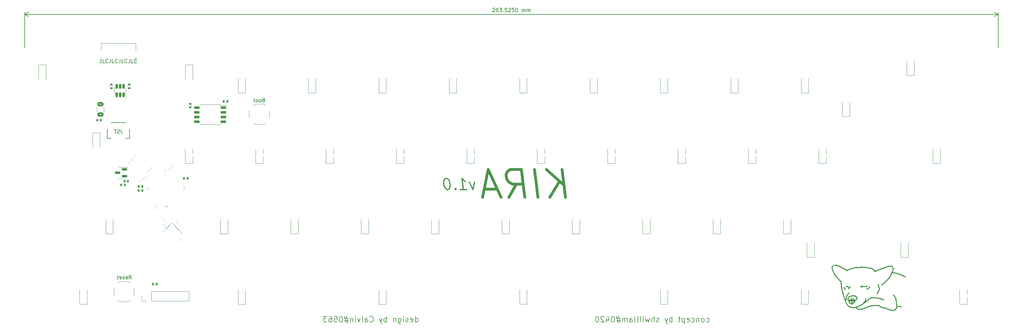
<source format=gbr>
%TF.GenerationSoftware,KiCad,Pcbnew,(6.0.11)*%
%TF.CreationDate,2023-04-19T16:00:04+02:00*%
%TF.ProjectId,kira,6b697261-2e6b-4696-9361-645f70636258,rev?*%
%TF.SameCoordinates,Original*%
%TF.FileFunction,Legend,Bot*%
%TF.FilePolarity,Positive*%
%FSLAX46Y46*%
G04 Gerber Fmt 4.6, Leading zero omitted, Abs format (unit mm)*
G04 Created by KiCad (PCBNEW (6.0.11)) date 2023-04-19 16:00:04*
%MOMM*%
%LPD*%
G01*
G04 APERTURE LIST*
G04 Aperture macros list*
%AMRoundRect*
0 Rectangle with rounded corners*
0 $1 Rounding radius*
0 $2 $3 $4 $5 $6 $7 $8 $9 X,Y pos of 4 corners*
0 Add a 4 corners polygon primitive as box body*
4,1,4,$2,$3,$4,$5,$6,$7,$8,$9,$2,$3,0*
0 Add four circle primitives for the rounded corners*
1,1,$1+$1,$2,$3*
1,1,$1+$1,$4,$5*
1,1,$1+$1,$6,$7*
1,1,$1+$1,$8,$9*
0 Add four rect primitives between the rounded corners*
20,1,$1+$1,$2,$3,$4,$5,0*
20,1,$1+$1,$4,$5,$6,$7,0*
20,1,$1+$1,$6,$7,$8,$9,0*
20,1,$1+$1,$8,$9,$2,$3,0*%
%AMRotRect*
0 Rectangle, with rotation*
0 The origin of the aperture is its center*
0 $1 length*
0 $2 width*
0 $3 Rotation angle, in degrees counterclockwise*
0 Add horizontal line*
21,1,$1,$2,0,0,$3*%
G04 Aperture macros list end*
%ADD10C,0.150000*%
%ADD11C,0.800000*%
%ADD12C,0.300000*%
%ADD13C,0.120000*%
%ADD14C,3.987800*%
%ADD15C,3.000000*%
%ADD16C,1.750000*%
%ADD17R,2.550000X2.500000*%
%ADD18C,3.048000*%
%ADD19R,1.700000X1.000000*%
%ADD20R,1.100000X1.100000*%
%ADD21RoundRect,0.140000X-0.140000X-0.170000X0.140000X-0.170000X0.140000X0.170000X-0.140000X0.170000X0*%
%ADD22RoundRect,0.140000X0.021213X-0.219203X0.219203X-0.021213X-0.021213X0.219203X-0.219203X0.021213X0*%
%ADD23R,1.200000X1.800000*%
%ADD24R,0.600000X1.550000*%
%ADD25RoundRect,0.200000X-0.335876X-0.053033X-0.053033X-0.335876X0.335876X0.053033X0.053033X0.335876X0*%
%ADD26RoundRect,0.135000X0.135000X0.185000X-0.135000X0.185000X-0.135000X-0.185000X0.135000X-0.185000X0*%
%ADD27RoundRect,0.150000X0.587500X0.150000X-0.587500X0.150000X-0.587500X-0.150000X0.587500X-0.150000X0*%
%ADD28RoundRect,0.150000X0.650000X0.150000X-0.650000X0.150000X-0.650000X-0.150000X0.650000X-0.150000X0*%
%ADD29RoundRect,0.140000X0.140000X0.170000X-0.140000X0.170000X-0.140000X-0.170000X0.140000X-0.170000X0*%
%ADD30RoundRect,0.140000X0.219203X0.021213X0.021213X0.219203X-0.219203X-0.021213X-0.021213X-0.219203X0*%
%ADD31RoundRect,0.140000X-0.021213X0.219203X-0.219203X0.021213X0.021213X-0.219203X0.219203X-0.021213X0*%
%ADD32C,0.650000*%
%ADD33R,0.600000X1.450000*%
%ADD34R,0.300000X1.450000*%
%ADD35O,1.000000X2.100000*%
%ADD36O,1.000000X1.600000*%
%ADD37RoundRect,0.135000X-0.185000X0.135000X-0.185000X-0.135000X0.185000X-0.135000X0.185000X0.135000X0*%
%ADD38RoundRect,0.050000X0.238649X0.309359X-0.309359X-0.238649X-0.238649X-0.309359X0.309359X0.238649X0*%
%ADD39RoundRect,0.050000X-0.238649X0.309359X-0.309359X0.238649X0.238649X-0.309359X0.309359X-0.238649X0*%
%ADD40RoundRect,0.144000X0.000000X2.059095X-2.059095X0.000000X0.000000X-2.059095X2.059095X0.000000X0*%
%ADD41R,1.700000X1.700000*%
%ADD42O,1.700000X1.700000*%
%ADD43RoundRect,0.140000X0.170000X-0.140000X0.170000X0.140000X-0.170000X0.140000X-0.170000X-0.140000X0*%
%ADD44RoundRect,0.135000X0.226274X0.035355X0.035355X0.226274X-0.226274X-0.035355X-0.035355X-0.226274X0*%
%ADD45RoundRect,0.250000X-0.625000X0.375000X-0.625000X-0.375000X0.625000X-0.375000X0.625000X0.375000X0*%
%ADD46RotRect,1.400000X1.200000X315.000000*%
%ADD47RoundRect,0.150000X0.150000X-0.512500X0.150000X0.512500X-0.150000X0.512500X-0.150000X-0.512500X0*%
G04 APERTURE END LIST*
D10*
X82076002Y-50165335D02*
X81933145Y-50212954D01*
X81885526Y-50260573D01*
X81837907Y-50355811D01*
X81837907Y-50498668D01*
X81885526Y-50593906D01*
X81933145Y-50641525D01*
X82028383Y-50689144D01*
X82409335Y-50689144D01*
X82409335Y-49689144D01*
X82076002Y-49689144D01*
X81980764Y-49736764D01*
X81933145Y-49784383D01*
X81885526Y-49879621D01*
X81885526Y-49974859D01*
X81933145Y-50070097D01*
X81980764Y-50117716D01*
X82076002Y-50165335D01*
X82409335Y-50165335D01*
X81266478Y-50689144D02*
X81361716Y-50641525D01*
X81409335Y-50593906D01*
X81456955Y-50498668D01*
X81456955Y-50212954D01*
X81409335Y-50117716D01*
X81361716Y-50070097D01*
X81266478Y-50022478D01*
X81123621Y-50022478D01*
X81028383Y-50070097D01*
X80980764Y-50117716D01*
X80933145Y-50212954D01*
X80933145Y-50498668D01*
X80980764Y-50593906D01*
X81028383Y-50641525D01*
X81123621Y-50689144D01*
X81266478Y-50689144D01*
X80361716Y-50689144D02*
X80456955Y-50641525D01*
X80504574Y-50593906D01*
X80552193Y-50498668D01*
X80552193Y-50212954D01*
X80504574Y-50117716D01*
X80456955Y-50070097D01*
X80361716Y-50022478D01*
X80218859Y-50022478D01*
X80123621Y-50070097D01*
X80076002Y-50117716D01*
X80028383Y-50212954D01*
X80028383Y-50498668D01*
X80076002Y-50593906D01*
X80123621Y-50641525D01*
X80218859Y-50689144D01*
X80361716Y-50689144D01*
X79742669Y-50022478D02*
X79361716Y-50022478D01*
X79599812Y-49689144D02*
X79599812Y-50546287D01*
X79552193Y-50641525D01*
X79456955Y-50689144D01*
X79361716Y-50689144D01*
X201967857Y-110144642D02*
X202110714Y-110216071D01*
X202396428Y-110216071D01*
X202539285Y-110144642D01*
X202610714Y-110073214D01*
X202682142Y-109930357D01*
X202682142Y-109501785D01*
X202610714Y-109358928D01*
X202539285Y-109287500D01*
X202396428Y-109216071D01*
X202110714Y-109216071D01*
X201967857Y-109287500D01*
X201110714Y-110216071D02*
X201253571Y-110144642D01*
X201325000Y-110073214D01*
X201396428Y-109930357D01*
X201396428Y-109501785D01*
X201325000Y-109358928D01*
X201253571Y-109287500D01*
X201110714Y-109216071D01*
X200896428Y-109216071D01*
X200753571Y-109287500D01*
X200682142Y-109358928D01*
X200610714Y-109501785D01*
X200610714Y-109930357D01*
X200682142Y-110073214D01*
X200753571Y-110144642D01*
X200896428Y-110216071D01*
X201110714Y-110216071D01*
X199967857Y-109216071D02*
X199967857Y-110216071D01*
X199967857Y-109358928D02*
X199896428Y-109287500D01*
X199753571Y-109216071D01*
X199539285Y-109216071D01*
X199396428Y-109287500D01*
X199325000Y-109430357D01*
X199325000Y-110216071D01*
X197967857Y-110144642D02*
X198110714Y-110216071D01*
X198396428Y-110216071D01*
X198539285Y-110144642D01*
X198610714Y-110073214D01*
X198682142Y-109930357D01*
X198682142Y-109501785D01*
X198610714Y-109358928D01*
X198539285Y-109287500D01*
X198396428Y-109216071D01*
X198110714Y-109216071D01*
X197967857Y-109287500D01*
X196753571Y-110144642D02*
X196896428Y-110216071D01*
X197182142Y-110216071D01*
X197325000Y-110144642D01*
X197396428Y-110001785D01*
X197396428Y-109430357D01*
X197325000Y-109287500D01*
X197182142Y-109216071D01*
X196896428Y-109216071D01*
X196753571Y-109287500D01*
X196682142Y-109430357D01*
X196682142Y-109573214D01*
X197396428Y-109716071D01*
X196039285Y-109216071D02*
X196039285Y-110716071D01*
X196039285Y-109287500D02*
X195896428Y-109216071D01*
X195610714Y-109216071D01*
X195467857Y-109287500D01*
X195396428Y-109358928D01*
X195325000Y-109501785D01*
X195325000Y-109930357D01*
X195396428Y-110073214D01*
X195467857Y-110144642D01*
X195610714Y-110216071D01*
X195896428Y-110216071D01*
X196039285Y-110144642D01*
X194896428Y-109216071D02*
X194325000Y-109216071D01*
X194682142Y-108716071D02*
X194682142Y-110001785D01*
X194610714Y-110144642D01*
X194467857Y-110216071D01*
X194325000Y-110216071D01*
X192682142Y-110216071D02*
X192682142Y-108716071D01*
X192682142Y-109287500D02*
X192539285Y-109216071D01*
X192253571Y-109216071D01*
X192110714Y-109287500D01*
X192039285Y-109358928D01*
X191967857Y-109501785D01*
X191967857Y-109930357D01*
X192039285Y-110073214D01*
X192110714Y-110144642D01*
X192253571Y-110216071D01*
X192539285Y-110216071D01*
X192682142Y-110144642D01*
X191467857Y-109216071D02*
X191110714Y-110216071D01*
X190753571Y-109216071D02*
X191110714Y-110216071D01*
X191253571Y-110573214D01*
X191325000Y-110644642D01*
X191467857Y-110716071D01*
X189110714Y-110144642D02*
X188967857Y-110216071D01*
X188682142Y-110216071D01*
X188539285Y-110144642D01*
X188467857Y-110001785D01*
X188467857Y-109930357D01*
X188539285Y-109787500D01*
X188682142Y-109716071D01*
X188896428Y-109716071D01*
X189039285Y-109644642D01*
X189110714Y-109501785D01*
X189110714Y-109430357D01*
X189039285Y-109287500D01*
X188896428Y-109216071D01*
X188682142Y-109216071D01*
X188539285Y-109287500D01*
X187825000Y-110216071D02*
X187825000Y-108716071D01*
X187182142Y-110216071D02*
X187182142Y-109430357D01*
X187253571Y-109287500D01*
X187396428Y-109216071D01*
X187610714Y-109216071D01*
X187753571Y-109287500D01*
X187825000Y-109358928D01*
X186610714Y-109216071D02*
X186325000Y-110216071D01*
X186039285Y-109501785D01*
X185753571Y-110216071D01*
X185467857Y-109216071D01*
X184896428Y-110216071D02*
X184896428Y-109216071D01*
X184896428Y-108716071D02*
X184967857Y-108787500D01*
X184896428Y-108858928D01*
X184825000Y-108787500D01*
X184896428Y-108716071D01*
X184896428Y-108858928D01*
X183967857Y-110216071D02*
X184110714Y-110144642D01*
X184182142Y-110001785D01*
X184182142Y-108716071D01*
X183182142Y-110216071D02*
X183325000Y-110144642D01*
X183396428Y-110001785D01*
X183396428Y-108716071D01*
X182610714Y-110216071D02*
X182610714Y-109216071D01*
X182610714Y-108716071D02*
X182682142Y-108787500D01*
X182610714Y-108858928D01*
X182539285Y-108787500D01*
X182610714Y-108716071D01*
X182610714Y-108858928D01*
X181253571Y-110216071D02*
X181253571Y-109430357D01*
X181325000Y-109287500D01*
X181467857Y-109216071D01*
X181753571Y-109216071D01*
X181896428Y-109287500D01*
X181253571Y-110144642D02*
X181396428Y-110216071D01*
X181753571Y-110216071D01*
X181896428Y-110144642D01*
X181967857Y-110001785D01*
X181967857Y-109858928D01*
X181896428Y-109716071D01*
X181753571Y-109644642D01*
X181396428Y-109644642D01*
X181253571Y-109573214D01*
X180539285Y-110216071D02*
X180539285Y-109216071D01*
X180539285Y-109358928D02*
X180467857Y-109287500D01*
X180325000Y-109216071D01*
X180110714Y-109216071D01*
X179967857Y-109287500D01*
X179896428Y-109430357D01*
X179896428Y-110216071D01*
X179896428Y-109430357D02*
X179825000Y-109287500D01*
X179682142Y-109216071D01*
X179467857Y-109216071D01*
X179325000Y-109287500D01*
X179253571Y-109430357D01*
X179253571Y-110216071D01*
X178610714Y-109216071D02*
X177539285Y-109216071D01*
X178182142Y-108573214D02*
X178610714Y-110501785D01*
X177682142Y-109858928D02*
X178753571Y-109858928D01*
X178110714Y-110501785D02*
X177682142Y-108573214D01*
X176753571Y-108716071D02*
X176610714Y-108716071D01*
X176467857Y-108787500D01*
X176396428Y-108858928D01*
X176325000Y-109001785D01*
X176253571Y-109287500D01*
X176253571Y-109644642D01*
X176325000Y-109930357D01*
X176396428Y-110073214D01*
X176467857Y-110144642D01*
X176610714Y-110216071D01*
X176753571Y-110216071D01*
X176896428Y-110144642D01*
X176967857Y-110073214D01*
X177039285Y-109930357D01*
X177110714Y-109644642D01*
X177110714Y-109287500D01*
X177039285Y-109001785D01*
X176967857Y-108858928D01*
X176896428Y-108787500D01*
X176753571Y-108716071D01*
X174967857Y-109216071D02*
X174967857Y-110216071D01*
X175325000Y-108644642D02*
X175682142Y-109716071D01*
X174753571Y-109716071D01*
X174253571Y-108858928D02*
X174182142Y-108787500D01*
X174039285Y-108716071D01*
X173682142Y-108716071D01*
X173539285Y-108787500D01*
X173467857Y-108858928D01*
X173396428Y-109001785D01*
X173396428Y-109144642D01*
X173467857Y-109358928D01*
X174325000Y-110216071D01*
X173396428Y-110216071D01*
X172467857Y-108716071D02*
X172325000Y-108716071D01*
X172182142Y-108787500D01*
X172110714Y-108858928D01*
X172039285Y-109001785D01*
X171967857Y-109287500D01*
X171967857Y-109644642D01*
X172039285Y-109930357D01*
X172110714Y-110073214D01*
X172182142Y-110144642D01*
X172325000Y-110216071D01*
X172467857Y-110216071D01*
X172610714Y-110144642D01*
X172682142Y-110073214D01*
X172753571Y-109930357D01*
X172825000Y-109644642D01*
X172825000Y-109287500D01*
X172753571Y-109001785D01*
X172682142Y-108858928D01*
X172610714Y-108787500D01*
X172467857Y-108716071D01*
X123196428Y-110216071D02*
X123196428Y-108716071D01*
X123196428Y-110144642D02*
X123339285Y-110216071D01*
X123625000Y-110216071D01*
X123767857Y-110144642D01*
X123839285Y-110073214D01*
X123910714Y-109930357D01*
X123910714Y-109501785D01*
X123839285Y-109358928D01*
X123767857Y-109287500D01*
X123625000Y-109216071D01*
X123339285Y-109216071D01*
X123196428Y-109287500D01*
X121910714Y-110144642D02*
X122053571Y-110216071D01*
X122339285Y-110216071D01*
X122482142Y-110144642D01*
X122553571Y-110001785D01*
X122553571Y-109430357D01*
X122482142Y-109287500D01*
X122339285Y-109216071D01*
X122053571Y-109216071D01*
X121910714Y-109287500D01*
X121839285Y-109430357D01*
X121839285Y-109573214D01*
X122553571Y-109716071D01*
X121267857Y-110144642D02*
X121125000Y-110216071D01*
X120839285Y-110216071D01*
X120696428Y-110144642D01*
X120625000Y-110001785D01*
X120625000Y-109930357D01*
X120696428Y-109787500D01*
X120839285Y-109716071D01*
X121053571Y-109716071D01*
X121196428Y-109644642D01*
X121267857Y-109501785D01*
X121267857Y-109430357D01*
X121196428Y-109287500D01*
X121053571Y-109216071D01*
X120839285Y-109216071D01*
X120696428Y-109287500D01*
X119982142Y-110216071D02*
X119982142Y-109216071D01*
X119982142Y-108716071D02*
X120053571Y-108787500D01*
X119982142Y-108858928D01*
X119910714Y-108787500D01*
X119982142Y-108716071D01*
X119982142Y-108858928D01*
X118625000Y-109216071D02*
X118625000Y-110430357D01*
X118696428Y-110573214D01*
X118767857Y-110644642D01*
X118910714Y-110716071D01*
X119125000Y-110716071D01*
X119267857Y-110644642D01*
X118625000Y-110144642D02*
X118767857Y-110216071D01*
X119053571Y-110216071D01*
X119196428Y-110144642D01*
X119267857Y-110073214D01*
X119339285Y-109930357D01*
X119339285Y-109501785D01*
X119267857Y-109358928D01*
X119196428Y-109287500D01*
X119053571Y-109216071D01*
X118767857Y-109216071D01*
X118625000Y-109287500D01*
X117910714Y-109216071D02*
X117910714Y-110216071D01*
X117910714Y-109358928D02*
X117839285Y-109287500D01*
X117696428Y-109216071D01*
X117482142Y-109216071D01*
X117339285Y-109287500D01*
X117267857Y-109430357D01*
X117267857Y-110216071D01*
X115410714Y-110216071D02*
X115410714Y-108716071D01*
X115410714Y-109287500D02*
X115267857Y-109216071D01*
X114982142Y-109216071D01*
X114839285Y-109287500D01*
X114767857Y-109358928D01*
X114696428Y-109501785D01*
X114696428Y-109930357D01*
X114767857Y-110073214D01*
X114839285Y-110144642D01*
X114982142Y-110216071D01*
X115267857Y-110216071D01*
X115410714Y-110144642D01*
X114196428Y-109216071D02*
X113839285Y-110216071D01*
X113482142Y-109216071D02*
X113839285Y-110216071D01*
X113982142Y-110573214D01*
X114053571Y-110644642D01*
X114196428Y-110716071D01*
X110910714Y-110073214D02*
X110982142Y-110144642D01*
X111196428Y-110216071D01*
X111339285Y-110216071D01*
X111553571Y-110144642D01*
X111696428Y-110001785D01*
X111767857Y-109858928D01*
X111839285Y-109573214D01*
X111839285Y-109358928D01*
X111767857Y-109073214D01*
X111696428Y-108930357D01*
X111553571Y-108787500D01*
X111339285Y-108716071D01*
X111196428Y-108716071D01*
X110982142Y-108787500D01*
X110910714Y-108858928D01*
X109625000Y-110216071D02*
X109625000Y-109430357D01*
X109696428Y-109287500D01*
X109839285Y-109216071D01*
X110125000Y-109216071D01*
X110267857Y-109287500D01*
X109625000Y-110144642D02*
X109767857Y-110216071D01*
X110125000Y-110216071D01*
X110267857Y-110144642D01*
X110339285Y-110001785D01*
X110339285Y-109858928D01*
X110267857Y-109716071D01*
X110125000Y-109644642D01*
X109767857Y-109644642D01*
X109625000Y-109573214D01*
X108696428Y-110216071D02*
X108839285Y-110144642D01*
X108910714Y-110001785D01*
X108910714Y-108716071D01*
X108267857Y-109216071D02*
X107910714Y-110216071D01*
X107553571Y-109216071D01*
X106982142Y-110216071D02*
X106982142Y-109216071D01*
X106982142Y-108716071D02*
X107053571Y-108787500D01*
X106982142Y-108858928D01*
X106910714Y-108787500D01*
X106982142Y-108716071D01*
X106982142Y-108858928D01*
X106267857Y-109216071D02*
X106267857Y-110216071D01*
X106267857Y-109358928D02*
X106196428Y-109287500D01*
X106053571Y-109216071D01*
X105839285Y-109216071D01*
X105696428Y-109287500D01*
X105625000Y-109430357D01*
X105625000Y-110216071D01*
X104982142Y-109216071D02*
X103910714Y-109216071D01*
X104553571Y-108573214D02*
X104982142Y-110501785D01*
X104053571Y-109858928D02*
X105125000Y-109858928D01*
X104482142Y-110501785D02*
X104053571Y-108573214D01*
X103125000Y-108716071D02*
X102982142Y-108716071D01*
X102839285Y-108787500D01*
X102767857Y-108858928D01*
X102696428Y-109001785D01*
X102625000Y-109287500D01*
X102625000Y-109644642D01*
X102696428Y-109930357D01*
X102767857Y-110073214D01*
X102839285Y-110144642D01*
X102982142Y-110216071D01*
X103125000Y-110216071D01*
X103267857Y-110144642D01*
X103339285Y-110073214D01*
X103410714Y-109930357D01*
X103482142Y-109644642D01*
X103482142Y-109287500D01*
X103410714Y-109001785D01*
X103339285Y-108858928D01*
X103267857Y-108787500D01*
X103125000Y-108716071D01*
X101267857Y-108716071D02*
X101982142Y-108716071D01*
X102053571Y-109430357D01*
X101982142Y-109358928D01*
X101839285Y-109287500D01*
X101482142Y-109287500D01*
X101339285Y-109358928D01*
X101267857Y-109430357D01*
X101196428Y-109573214D01*
X101196428Y-109930357D01*
X101267857Y-110073214D01*
X101339285Y-110144642D01*
X101482142Y-110216071D01*
X101839285Y-110216071D01*
X101982142Y-110144642D01*
X102053571Y-110073214D01*
X99910714Y-108716071D02*
X100196428Y-108716071D01*
X100339285Y-108787500D01*
X100410714Y-108858928D01*
X100553571Y-109073214D01*
X100625000Y-109358928D01*
X100625000Y-109930357D01*
X100553571Y-110073214D01*
X100482142Y-110144642D01*
X100339285Y-110216071D01*
X100053571Y-110216071D01*
X99910714Y-110144642D01*
X99839285Y-110073214D01*
X99767857Y-109930357D01*
X99767857Y-109573214D01*
X99839285Y-109430357D01*
X99910714Y-109358928D01*
X100053571Y-109287500D01*
X100339285Y-109287500D01*
X100482142Y-109358928D01*
X100553571Y-109430357D01*
X100625000Y-109573214D01*
X99267857Y-108716071D02*
X98339285Y-108716071D01*
X98839285Y-109287500D01*
X98625000Y-109287500D01*
X98482142Y-109358928D01*
X98410714Y-109430357D01*
X98339285Y-109573214D01*
X98339285Y-109930357D01*
X98410714Y-110073214D01*
X98482142Y-110144642D01*
X98625000Y-110216071D01*
X99053571Y-110216071D01*
X99196428Y-110144642D01*
X99267857Y-110073214D01*
D11*
X163824330Y-76417857D02*
X162886830Y-68917857D01*
X159538616Y-76417857D02*
X162217187Y-72132142D01*
X158601116Y-68917857D02*
X163422544Y-73203571D01*
X156324330Y-76417857D02*
X155386830Y-68917857D01*
X148467187Y-76417857D02*
X150520758Y-72846428D01*
X152752901Y-76417857D02*
X151815401Y-68917857D01*
X148958258Y-68917857D01*
X148288616Y-69275000D01*
X147976116Y-69632142D01*
X147708258Y-70346428D01*
X147842187Y-71417857D01*
X148288616Y-72132142D01*
X148690401Y-72489285D01*
X149449330Y-72846428D01*
X152306473Y-72846428D01*
X145342187Y-74275000D02*
X141770758Y-74275000D01*
X146324330Y-76417857D02*
X142886830Y-68917857D01*
X141324330Y-76417857D01*
D12*
X139257232Y-72382142D02*
X138792946Y-74382142D01*
X137828660Y-72382142D01*
X135364375Y-74382142D02*
X137078660Y-74382142D01*
X136221517Y-74382142D02*
X135846517Y-71382142D01*
X136185803Y-71810714D01*
X136507232Y-72096428D01*
X136810803Y-72239285D01*
X134042946Y-74096428D02*
X133917946Y-74239285D01*
X134078660Y-74382142D01*
X134203660Y-74239285D01*
X134042946Y-74096428D01*
X134078660Y-74382142D01*
X131703660Y-71382142D02*
X131417946Y-71382142D01*
X131150089Y-71525000D01*
X131025089Y-71667857D01*
X130917946Y-71953571D01*
X130846517Y-72525000D01*
X130935803Y-73239285D01*
X131150089Y-73810714D01*
X131328660Y-74096428D01*
X131489375Y-74239285D01*
X131792946Y-74382142D01*
X132078660Y-74382142D01*
X132346517Y-74239285D01*
X132471517Y-74096428D01*
X132578660Y-73810714D01*
X132650089Y-73239285D01*
X132560803Y-72525000D01*
X132346517Y-71953571D01*
X132167946Y-71667857D01*
X132007232Y-71525000D01*
X131703660Y-71382142D01*
D10*
X38179952Y-39076380D02*
X38179952Y-39790666D01*
X38132333Y-39933523D01*
X38037095Y-40028761D01*
X37894238Y-40076380D01*
X37799000Y-40076380D01*
X39132333Y-40076380D02*
X38656142Y-40076380D01*
X38656142Y-39076380D01*
X40037095Y-39981142D02*
X39989476Y-40028761D01*
X39846619Y-40076380D01*
X39751380Y-40076380D01*
X39608523Y-40028761D01*
X39513285Y-39933523D01*
X39465666Y-39838285D01*
X39418047Y-39647809D01*
X39418047Y-39504952D01*
X39465666Y-39314476D01*
X39513285Y-39219238D01*
X39608523Y-39124000D01*
X39751380Y-39076380D01*
X39846619Y-39076380D01*
X39989476Y-39124000D01*
X40037095Y-39171619D01*
X40751380Y-39076380D02*
X40751380Y-39790666D01*
X40703761Y-39933523D01*
X40608523Y-40028761D01*
X40465666Y-40076380D01*
X40370428Y-40076380D01*
X41703761Y-40076380D02*
X41227571Y-40076380D01*
X41227571Y-39076380D01*
X42608523Y-39981142D02*
X42560904Y-40028761D01*
X42418047Y-40076380D01*
X42322809Y-40076380D01*
X42179952Y-40028761D01*
X42084714Y-39933523D01*
X42037095Y-39838285D01*
X41989476Y-39647809D01*
X41989476Y-39504952D01*
X42037095Y-39314476D01*
X42084714Y-39219238D01*
X42179952Y-39124000D01*
X42322809Y-39076380D01*
X42418047Y-39076380D01*
X42560904Y-39124000D01*
X42608523Y-39171619D01*
X43322809Y-39076380D02*
X43322809Y-39790666D01*
X43275190Y-39933523D01*
X43179952Y-40028761D01*
X43037095Y-40076380D01*
X42941857Y-40076380D01*
X44275190Y-40076380D02*
X43799000Y-40076380D01*
X43799000Y-39076380D01*
X45179952Y-39981142D02*
X45132333Y-40028761D01*
X44989476Y-40076380D01*
X44894238Y-40076380D01*
X44751380Y-40028761D01*
X44656142Y-39933523D01*
X44608523Y-39838285D01*
X44560904Y-39647809D01*
X44560904Y-39504952D01*
X44608523Y-39314476D01*
X44656142Y-39219238D01*
X44751380Y-39124000D01*
X44894238Y-39076380D01*
X44989476Y-39076380D01*
X45132333Y-39124000D01*
X45179952Y-39171619D01*
X45894238Y-39076380D02*
X45894238Y-39790666D01*
X45846619Y-39933523D01*
X45751380Y-40028761D01*
X45608523Y-40076380D01*
X45513285Y-40076380D01*
X46846619Y-40076380D02*
X46370428Y-40076380D01*
X46370428Y-39076380D01*
X47751380Y-39981142D02*
X47703761Y-40028761D01*
X47560904Y-40076380D01*
X47465666Y-40076380D01*
X47322809Y-40028761D01*
X47227571Y-39933523D01*
X47179952Y-39838285D01*
X47132333Y-39647809D01*
X47132333Y-39504952D01*
X47179952Y-39314476D01*
X47227571Y-39219238D01*
X47322809Y-39124000D01*
X47465666Y-39076380D01*
X47560904Y-39076380D01*
X47703761Y-39124000D01*
X47751380Y-39171619D01*
X43576785Y-58189880D02*
X43576785Y-58904166D01*
X43624404Y-59047023D01*
X43719642Y-59142261D01*
X43862500Y-59189880D01*
X43957738Y-59189880D01*
X43148214Y-59142261D02*
X43005357Y-59189880D01*
X42767261Y-59189880D01*
X42672023Y-59142261D01*
X42624404Y-59094642D01*
X42576785Y-58999404D01*
X42576785Y-58904166D01*
X42624404Y-58808928D01*
X42672023Y-58761309D01*
X42767261Y-58713690D01*
X42957738Y-58666071D01*
X43052976Y-58618452D01*
X43100595Y-58570833D01*
X43148214Y-58475595D01*
X43148214Y-58380357D01*
X43100595Y-58285119D01*
X43052976Y-58237500D01*
X42957738Y-58189880D01*
X42719642Y-58189880D01*
X42576785Y-58237500D01*
X42291071Y-58189880D02*
X41719642Y-58189880D01*
X42005357Y-59189880D02*
X42005357Y-58189880D01*
X45688095Y-98623380D02*
X46021428Y-98147190D01*
X46259523Y-98623380D02*
X46259523Y-97623380D01*
X45878571Y-97623380D01*
X45783333Y-97671000D01*
X45735714Y-97718619D01*
X45688095Y-97813857D01*
X45688095Y-97956714D01*
X45735714Y-98051952D01*
X45783333Y-98099571D01*
X45878571Y-98147190D01*
X46259523Y-98147190D01*
X44878571Y-98575761D02*
X44973809Y-98623380D01*
X45164285Y-98623380D01*
X45259523Y-98575761D01*
X45307142Y-98480523D01*
X45307142Y-98099571D01*
X45259523Y-98004333D01*
X45164285Y-97956714D01*
X44973809Y-97956714D01*
X44878571Y-98004333D01*
X44830952Y-98099571D01*
X44830952Y-98194809D01*
X45307142Y-98290047D01*
X44450000Y-98575761D02*
X44354761Y-98623380D01*
X44164285Y-98623380D01*
X44069047Y-98575761D01*
X44021428Y-98480523D01*
X44021428Y-98432904D01*
X44069047Y-98337666D01*
X44164285Y-98290047D01*
X44307142Y-98290047D01*
X44402380Y-98242428D01*
X44450000Y-98147190D01*
X44450000Y-98099571D01*
X44402380Y-98004333D01*
X44307142Y-97956714D01*
X44164285Y-97956714D01*
X44069047Y-98004333D01*
X43211904Y-98575761D02*
X43307142Y-98623380D01*
X43497619Y-98623380D01*
X43592857Y-98575761D01*
X43640476Y-98480523D01*
X43640476Y-98099571D01*
X43592857Y-98004333D01*
X43497619Y-97956714D01*
X43307142Y-97956714D01*
X43211904Y-98004333D01*
X43164285Y-98099571D01*
X43164285Y-98194809D01*
X43640476Y-98290047D01*
X42878571Y-97956714D02*
X42497619Y-97956714D01*
X42735714Y-97623380D02*
X42735714Y-98480523D01*
X42688095Y-98575761D01*
X42592857Y-98623380D01*
X42497619Y-98623380D01*
X144129761Y-25385119D02*
X144177380Y-25337500D01*
X144272619Y-25289880D01*
X144510714Y-25289880D01*
X144605952Y-25337500D01*
X144653571Y-25385119D01*
X144701190Y-25480357D01*
X144701190Y-25575595D01*
X144653571Y-25718452D01*
X144082142Y-26289880D01*
X144701190Y-26289880D01*
X145558333Y-25289880D02*
X145367857Y-25289880D01*
X145272619Y-25337500D01*
X145225000Y-25385119D01*
X145129761Y-25527976D01*
X145082142Y-25718452D01*
X145082142Y-26099404D01*
X145129761Y-26194642D01*
X145177380Y-26242261D01*
X145272619Y-26289880D01*
X145463095Y-26289880D01*
X145558333Y-26242261D01*
X145605952Y-26194642D01*
X145653571Y-26099404D01*
X145653571Y-25861309D01*
X145605952Y-25766071D01*
X145558333Y-25718452D01*
X145463095Y-25670833D01*
X145272619Y-25670833D01*
X145177380Y-25718452D01*
X145129761Y-25766071D01*
X145082142Y-25861309D01*
X145986904Y-25289880D02*
X146605952Y-25289880D01*
X146272619Y-25670833D01*
X146415476Y-25670833D01*
X146510714Y-25718452D01*
X146558333Y-25766071D01*
X146605952Y-25861309D01*
X146605952Y-26099404D01*
X146558333Y-26194642D01*
X146510714Y-26242261D01*
X146415476Y-26289880D01*
X146129761Y-26289880D01*
X146034523Y-26242261D01*
X145986904Y-26194642D01*
X147034523Y-26194642D02*
X147082142Y-26242261D01*
X147034523Y-26289880D01*
X146986904Y-26242261D01*
X147034523Y-26194642D01*
X147034523Y-26289880D01*
X147986904Y-25289880D02*
X147510714Y-25289880D01*
X147463095Y-25766071D01*
X147510714Y-25718452D01*
X147605952Y-25670833D01*
X147844047Y-25670833D01*
X147939285Y-25718452D01*
X147986904Y-25766071D01*
X148034523Y-25861309D01*
X148034523Y-26099404D01*
X147986904Y-26194642D01*
X147939285Y-26242261D01*
X147844047Y-26289880D01*
X147605952Y-26289880D01*
X147510714Y-26242261D01*
X147463095Y-26194642D01*
X148415476Y-25385119D02*
X148463095Y-25337500D01*
X148558333Y-25289880D01*
X148796428Y-25289880D01*
X148891666Y-25337500D01*
X148939285Y-25385119D01*
X148986904Y-25480357D01*
X148986904Y-25575595D01*
X148939285Y-25718452D01*
X148367857Y-26289880D01*
X148986904Y-26289880D01*
X149891666Y-25289880D02*
X149415476Y-25289880D01*
X149367857Y-25766071D01*
X149415476Y-25718452D01*
X149510714Y-25670833D01*
X149748809Y-25670833D01*
X149844047Y-25718452D01*
X149891666Y-25766071D01*
X149939285Y-25861309D01*
X149939285Y-26099404D01*
X149891666Y-26194642D01*
X149844047Y-26242261D01*
X149748809Y-26289880D01*
X149510714Y-26289880D01*
X149415476Y-26242261D01*
X149367857Y-26194642D01*
X150558333Y-25289880D02*
X150653571Y-25289880D01*
X150748809Y-25337500D01*
X150796428Y-25385119D01*
X150844047Y-25480357D01*
X150891666Y-25670833D01*
X150891666Y-25908928D01*
X150844047Y-26099404D01*
X150796428Y-26194642D01*
X150748809Y-26242261D01*
X150653571Y-26289880D01*
X150558333Y-26289880D01*
X150463095Y-26242261D01*
X150415476Y-26194642D01*
X150367857Y-26099404D01*
X150320238Y-25908928D01*
X150320238Y-25670833D01*
X150367857Y-25480357D01*
X150415476Y-25385119D01*
X150463095Y-25337500D01*
X150558333Y-25289880D01*
X152082142Y-26289880D02*
X152082142Y-25623214D01*
X152082142Y-25718452D02*
X152129761Y-25670833D01*
X152225000Y-25623214D01*
X152367857Y-25623214D01*
X152463095Y-25670833D01*
X152510714Y-25766071D01*
X152510714Y-26289880D01*
X152510714Y-25766071D02*
X152558333Y-25670833D01*
X152653571Y-25623214D01*
X152796428Y-25623214D01*
X152891666Y-25670833D01*
X152939285Y-25766071D01*
X152939285Y-26289880D01*
X153415476Y-26289880D02*
X153415476Y-25623214D01*
X153415476Y-25718452D02*
X153463095Y-25670833D01*
X153558333Y-25623214D01*
X153701190Y-25623214D01*
X153796428Y-25670833D01*
X153844047Y-25766071D01*
X153844047Y-26289880D01*
X153844047Y-25766071D02*
X153891666Y-25670833D01*
X153986904Y-25623214D01*
X154129761Y-25623214D01*
X154225000Y-25670833D01*
X154272619Y-25766071D01*
X154272619Y-26289880D01*
X280987500Y-36012500D02*
X280987500Y-26401080D01*
X17462500Y-36012500D02*
X17462500Y-26401080D01*
X280987500Y-26987500D02*
X17462500Y-26987500D01*
X280987500Y-26987500D02*
X17462500Y-26987500D01*
X280987500Y-26987500D02*
X279860996Y-26401079D01*
X280987500Y-26987500D02*
X279860996Y-27573921D01*
X17462500Y-26987500D02*
X18589004Y-27573921D01*
X17462500Y-26987500D02*
X18589004Y-26401079D01*
D13*
%TO.C,SW47*%
X42623000Y-99681000D02*
X43073000Y-99231000D01*
X46023000Y-99681000D02*
X45573000Y-99231000D01*
X41573000Y-102981000D02*
X41573000Y-100981000D01*
X42623000Y-104281000D02*
X43073000Y-104731000D01*
X47073000Y-102981000D02*
X47073000Y-100981000D01*
X43073000Y-99231000D02*
X45573000Y-99231000D01*
X43073000Y-104731000D02*
X45573000Y-104731000D01*
X46023000Y-104281000D02*
X45573000Y-104731000D01*
%TO.C,D12*%
X77200000Y-105387500D02*
X77200000Y-101537500D01*
X77200000Y-105387500D02*
X75200000Y-105387500D01*
X75200000Y-105387500D02*
X75200000Y-101537500D01*
%TO.C,D43*%
X254587500Y-92687500D02*
X254587500Y-88837500D01*
X256587500Y-92687500D02*
X256587500Y-88837500D01*
X256587500Y-92687500D02*
X254587500Y-92687500D01*
%TO.C,D29*%
X186737500Y-86337500D02*
X186737500Y-82487500D01*
X184737500Y-86337500D02*
X184737500Y-82487500D01*
X186737500Y-86337500D02*
X184737500Y-86337500D01*
%TO.C,D34*%
X208550000Y-48237500D02*
X208550000Y-44387500D01*
X210550000Y-48237500D02*
X208550000Y-48237500D01*
X210550000Y-48237500D02*
X210550000Y-44387500D01*
%TO.C,D28*%
X177212500Y-67287500D02*
X177212500Y-63437500D01*
X175212500Y-67287500D02*
X175212500Y-63437500D01*
X177212500Y-67287500D02*
X175212500Y-67287500D01*
%TO.C,D44*%
X258175000Y-43475000D02*
X256175000Y-43475000D01*
X256175000Y-43475000D02*
X256175000Y-39625000D01*
X258175000Y-43475000D02*
X258175000Y-39625000D01*
%TO.C,D21*%
X139112500Y-67287500D02*
X139112500Y-63437500D01*
X139112500Y-67287500D02*
X137112500Y-67287500D01*
X137112500Y-67287500D02*
X137112500Y-63437500D01*
%TO.C,C7*%
X44850164Y-72496000D02*
X45065836Y-72496000D01*
X44850164Y-71776000D02*
X45065836Y-71776000D01*
%TO.C,D5*%
X32337500Y-105387500D02*
X32337500Y-101537500D01*
X34337500Y-105387500D02*
X34337500Y-101537500D01*
X34337500Y-105387500D02*
X32337500Y-105387500D01*
%TO.C,D30*%
X189500000Y-48237500D02*
X189500000Y-44387500D01*
X191500000Y-48237500D02*
X189500000Y-48237500D01*
X191500000Y-48237500D02*
X191500000Y-44387500D01*
%TO.C,C5*%
X55041190Y-83895693D02*
X55193693Y-83743190D01*
X55550307Y-84404810D02*
X55702810Y-84252307D01*
%TO.C,D42*%
X265287000Y-67287500D02*
X265287000Y-63437500D01*
X263287000Y-67287500D02*
X263287000Y-63437500D01*
X265287000Y-67287500D02*
X263287000Y-67287500D01*
%TO.C,D14*%
X101012500Y-67287500D02*
X101012500Y-63437500D01*
X99012500Y-67287500D02*
X99012500Y-63437500D01*
X101012500Y-67287500D02*
X99012500Y-67287500D01*
D10*
%TO.C,J3*%
X44862500Y-60487500D02*
X45862500Y-60487500D01*
X39862500Y-58087500D02*
X39862500Y-60487500D01*
X45862500Y-60487500D02*
X45862500Y-58087500D01*
X44862500Y-56287500D02*
X40862500Y-56287500D01*
X39862500Y-60487500D02*
X40862500Y-60487500D01*
D13*
%TO.C,R2*%
X46175697Y-66264770D02*
X46511230Y-66600303D01*
X45436770Y-67003697D02*
X45772303Y-67339230D01*
%TO.C,D11*%
X89487500Y-86337500D02*
X89487500Y-82487500D01*
X91487500Y-86337500D02*
X89487500Y-86337500D01*
X91487500Y-86337500D02*
X91487500Y-82487500D01*
%TO.C,R3*%
X52858641Y-99569000D02*
X52551359Y-99569000D01*
X52858641Y-100329000D02*
X52551359Y-100329000D01*
%TO.C,D39*%
X231187500Y-92687500D02*
X229187500Y-92687500D01*
X229187500Y-92687500D02*
X229187500Y-88837500D01*
X231187500Y-92687500D02*
X231187500Y-88837500D01*
%TO.C,D31*%
X196262500Y-67287500D02*
X196262500Y-63437500D01*
X196262500Y-67287500D02*
X194262500Y-67287500D01*
X194262500Y-67287500D02*
X194262500Y-63437500D01*
%TO.C,U2*%
X43561000Y-68290000D02*
X45236000Y-68290000D01*
X43561000Y-68290000D02*
X42911000Y-68290000D01*
X43561000Y-71410000D02*
X42911000Y-71410000D01*
X43561000Y-71410000D02*
X44211000Y-71410000D01*
%TO.C,U3*%
X67667225Y-51376320D02*
X70392225Y-51376320D01*
X67667225Y-56826320D02*
X70392225Y-56826320D01*
X70392225Y-51636320D02*
X72067225Y-51636320D01*
X67667225Y-56826320D02*
X64942225Y-56826320D01*
X64942225Y-51376320D02*
X64942225Y-51636320D01*
X64942225Y-56826320D02*
X64942225Y-56566320D01*
X67667225Y-51376320D02*
X64942225Y-51376320D01*
X70392225Y-56826320D02*
X70392225Y-56566320D01*
X70392225Y-51376320D02*
X70392225Y-51636320D01*
%TO.C,C16*%
X48903836Y-73173000D02*
X48688164Y-73173000D01*
X48903836Y-73893000D02*
X48688164Y-73893000D01*
%TO.C,C15*%
X50974500Y-69315413D02*
X50821997Y-69162910D01*
X50465383Y-69824530D02*
X50312880Y-69672027D01*
%TO.C,C11*%
X55575810Y-82728307D02*
X55423307Y-82880810D01*
X55066693Y-82219190D02*
X54914190Y-82371693D01*
%TO.C,D23*%
X153400000Y-48237500D02*
X153400000Y-44387500D01*
X151400000Y-48237500D02*
X151400000Y-44387500D01*
X153400000Y-48237500D02*
X151400000Y-48237500D01*
%TO.C,J1*%
X38162499Y-36719539D02*
X38162499Y-34819539D01*
X38162499Y-40619539D02*
X38162499Y-38619539D01*
X47562499Y-36719539D02*
X47562499Y-34819539D01*
X38162499Y-34819539D02*
X47562499Y-34819539D01*
X47562499Y-40619539D02*
X47562499Y-38619539D01*
%TO.C,C8*%
X44176836Y-73512000D02*
X43961164Y-73512000D01*
X44176836Y-72792000D02*
X43961164Y-72792000D01*
%TO.C,C14*%
X60979164Y-71014000D02*
X61194836Y-71014000D01*
X60979164Y-71734000D02*
X61194836Y-71734000D01*
%TO.C,R5*%
X45340000Y-46328359D02*
X45340000Y-46635641D01*
X46100000Y-46328359D02*
X46100000Y-46635641D01*
%TO.C,C17*%
X56717693Y-68783810D02*
X56565190Y-68631307D01*
X57226810Y-68274693D02*
X57074307Y-68122190D01*
%TO.C,D24*%
X158162500Y-67287500D02*
X156162500Y-67287500D01*
X156162500Y-67287500D02*
X156162500Y-63437500D01*
X158162500Y-67287500D02*
X158162500Y-63437500D01*
%TO.C,C1*%
X50188662Y-71002432D02*
X50036159Y-70849929D01*
X49679545Y-71511549D02*
X49527042Y-71359046D01*
%TO.C,C2*%
X51193802Y-69109477D02*
X51041299Y-68956974D01*
X51702919Y-68600360D02*
X51550416Y-68447857D01*
%TO.C,D20*%
X132350000Y-48237500D02*
X132350000Y-44387500D01*
X134350000Y-48237500D02*
X132350000Y-48237500D01*
X134350000Y-48237500D02*
X134350000Y-44387500D01*
%TO.C,D45*%
X272462500Y-105387500D02*
X270462500Y-105387500D01*
X270462500Y-105387500D02*
X270462500Y-101537500D01*
X272462500Y-105387500D02*
X272462500Y-101537500D01*
%TO.C,D40*%
X229600000Y-105387500D02*
X227600000Y-105387500D01*
X227600000Y-105387500D02*
X227600000Y-101537500D01*
X229600000Y-105387500D02*
X229600000Y-101537500D01*
%TO.C,D27*%
X172450000Y-48237500D02*
X170450000Y-48237500D01*
X172450000Y-48237500D02*
X172450000Y-44387500D01*
X170450000Y-48237500D02*
X170450000Y-44387500D01*
%TO.C,U1*%
X60404839Y-74533666D02*
X60864458Y-74074047D01*
X56218766Y-78719739D02*
X55759147Y-79179358D01*
X60864458Y-74074047D02*
X60404839Y-73614428D01*
X51113455Y-73614428D02*
X50653836Y-74074047D01*
X55299528Y-69428355D02*
X55759147Y-68968736D01*
X50653836Y-74074047D02*
X51113455Y-74533666D01*
X55759147Y-79179358D02*
X55299528Y-78719739D01*
%TO.C,J2*%
X51752500Y-104542500D02*
X61972500Y-104542500D01*
X51752500Y-101882500D02*
X51752500Y-104542500D01*
X49152500Y-104542500D02*
X50482500Y-104542500D01*
X51752500Y-101882500D02*
X61972500Y-101882500D01*
X49152500Y-103212500D02*
X49152500Y-104542500D01*
X61972500Y-101882500D02*
X61972500Y-104542500D01*
%TO.C,D33*%
X189500000Y-105387500D02*
X189500000Y-101537500D01*
X191500000Y-105387500D02*
X191500000Y-101537500D01*
X191500000Y-105387500D02*
X189500000Y-105387500D01*
%TO.C,D4*%
X41386000Y-86337500D02*
X41386000Y-82487500D01*
X39386000Y-86337500D02*
X39386000Y-82487500D01*
X41386000Y-86337500D02*
X39386000Y-86337500D01*
%TO.C,D16*%
X113300000Y-48237500D02*
X113300000Y-44387500D01*
X115300000Y-48237500D02*
X115300000Y-44387500D01*
X115300000Y-48237500D02*
X113300000Y-48237500D01*
%TO.C,C12*%
X61870000Y-51796156D02*
X61870000Y-51580484D01*
X62590000Y-51796156D02*
X62590000Y-51580484D01*
%TO.C,D3*%
X35830000Y-59014000D02*
X37830000Y-59014000D01*
X35830000Y-59014000D02*
X35830000Y-62864000D01*
X37830000Y-59014000D02*
X37830000Y-62864000D01*
%TO.C,D8*%
X72437500Y-86337500D02*
X70437500Y-86337500D01*
X72437500Y-86337500D02*
X72437500Y-82487500D01*
X70437500Y-86337500D02*
X70437500Y-82487500D01*
%TO.C,R7*%
X58705641Y-83373321D02*
X58488360Y-83156040D01*
X58168240Y-83910722D02*
X57950959Y-83693441D01*
%TO.C,D15*%
X110537500Y-86337500D02*
X110537500Y-82487500D01*
X108537500Y-86337500D02*
X108537500Y-82487500D01*
X110537500Y-86337500D02*
X108537500Y-86337500D01*
%TO.C,C13*%
X53325870Y-79304300D02*
X53173367Y-79456803D01*
X52816753Y-78795183D02*
X52664250Y-78947686D01*
%TO.C,D22*%
X146637500Y-86337500D02*
X146637500Y-82487500D01*
X148637500Y-86337500D02*
X148637500Y-82487500D01*
X148637500Y-86337500D02*
X146637500Y-86337500D01*
%TO.C,D10*%
X81962500Y-67287500D02*
X81962500Y-63437500D01*
X79962500Y-67287500D02*
X79962500Y-63437500D01*
X81962500Y-67287500D02*
X79962500Y-67287500D01*
%TO.C,D26*%
X153400000Y-105387500D02*
X151400000Y-105387500D01*
X151400000Y-105387500D02*
X151400000Y-101537500D01*
X153400000Y-105387500D02*
X153400000Y-101537500D01*
%TO.C,D32*%
X205787500Y-86337500D02*
X205787500Y-82487500D01*
X203787500Y-86337500D02*
X203787500Y-82487500D01*
X205787500Y-86337500D02*
X203787500Y-86337500D01*
%TO.C,D37*%
X229600000Y-48237500D02*
X229600000Y-44387500D01*
X229600000Y-48237500D02*
X227600000Y-48237500D01*
X227600000Y-48237500D02*
X227600000Y-44387500D01*
%TO.C,C4*%
X37671836Y-55266000D02*
X37456164Y-55266000D01*
X37671836Y-55986000D02*
X37456164Y-55986000D01*
%TO.C,C6*%
X59511693Y-87426190D02*
X59359190Y-87578693D01*
X60020810Y-87935307D02*
X59868307Y-88087810D01*
%TO.C,D19*%
X113300000Y-105387500D02*
X113300000Y-101537500D01*
X115300000Y-105387500D02*
X115300000Y-101537500D01*
X115300000Y-105387500D02*
X113300000Y-105387500D01*
%TO.C,R6*%
X71961066Y-50114520D02*
X71653784Y-50114520D01*
X71961066Y-50874520D02*
X71653784Y-50874520D01*
%TO.C,D9*%
X77200000Y-48237500D02*
X75200000Y-48237500D01*
X77200000Y-48237500D02*
X77200000Y-44387500D01*
X75200000Y-48237500D02*
X75200000Y-44387500D01*
%TO.C,C10*%
X48903836Y-74316000D02*
X48688164Y-74316000D01*
X48903836Y-75036000D02*
X48688164Y-75036000D01*
%TO.C,D17*%
X118062500Y-67287500D02*
X118062500Y-63437500D01*
X120062500Y-67287500D02*
X118062500Y-67287500D01*
X120062500Y-67287500D02*
X120062500Y-63437500D01*
%TO.C,D7*%
X62912500Y-67287500D02*
X60912500Y-67287500D01*
X60912500Y-67287500D02*
X60912500Y-63437500D01*
X62912500Y-67287500D02*
X62912500Y-63437500D01*
%TO.C,G\u002A\u002A\u002A*%
G36*
X236804140Y-94707987D02*
G01*
X236829021Y-94708659D01*
X236904215Y-94709594D01*
X236970911Y-94708961D01*
X237017041Y-94706825D01*
X237044143Y-94706125D01*
X237120049Y-94713635D01*
X237213325Y-94731462D01*
X237315674Y-94757192D01*
X237418802Y-94788414D01*
X237514414Y-94822714D01*
X237594214Y-94857679D01*
X237649906Y-94890897D01*
X237683593Y-94910607D01*
X237738396Y-94934959D01*
X237800519Y-94957391D01*
X237895701Y-94988883D01*
X238010374Y-95031470D01*
X238095777Y-95070052D01*
X238153682Y-95105372D01*
X238161854Y-95111381D01*
X238205150Y-95138514D01*
X238240557Y-95154195D01*
X238263165Y-95162832D01*
X238308475Y-95185134D01*
X238360319Y-95214293D01*
X238441394Y-95262224D01*
X238514023Y-95303328D01*
X238566893Y-95330448D01*
X238604099Y-95345663D01*
X238629737Y-95351053D01*
X238643841Y-95353652D01*
X238690014Y-95371534D01*
X238750477Y-95402556D01*
X238817061Y-95442324D01*
X238881601Y-95486451D01*
X238901199Y-95500567D01*
X239014771Y-95573156D01*
X239157999Y-95652046D01*
X239329109Y-95736248D01*
X239408997Y-95774736D01*
X239489746Y-95815493D01*
X239559514Y-95852516D01*
X239608907Y-95880942D01*
X239650877Y-95905674D01*
X239688362Y-95924556D01*
X239707121Y-95929765D01*
X239707995Y-95929551D01*
X239729434Y-95936179D01*
X239770016Y-95955429D01*
X239821769Y-95983561D01*
X239882521Y-96021788D01*
X239925315Y-96059174D01*
X239951432Y-96098823D01*
X239953754Y-96103715D01*
X239981603Y-96152874D01*
X240007845Y-96172118D01*
X240039224Y-96162875D01*
X240082478Y-96126574D01*
X240103194Y-96108522D01*
X240133454Y-96086935D01*
X240174552Y-96062221D01*
X240230292Y-96032356D01*
X240304477Y-95995310D01*
X240400910Y-95949056D01*
X240523396Y-95891568D01*
X240600577Y-95855814D01*
X240734246Y-95795560D01*
X240845646Y-95748301D01*
X240939180Y-95712546D01*
X241019254Y-95686801D01*
X241090274Y-95669576D01*
X241156647Y-95659378D01*
X241222778Y-95654714D01*
X241266633Y-95649065D01*
X241338826Y-95632942D01*
X241428483Y-95608170D01*
X241528744Y-95576504D01*
X241549587Y-95569626D01*
X241639561Y-95541807D01*
X241725321Y-95517973D01*
X241798021Y-95500474D01*
X241848813Y-95491651D01*
X241850114Y-95491518D01*
X241914449Y-95480059D01*
X241991715Y-95459606D01*
X242065472Y-95434497D01*
X242139994Y-95408569D01*
X242227125Y-95383484D01*
X242303957Y-95366173D01*
X242346449Y-95359445D01*
X242435914Y-95348995D01*
X242531954Y-95341541D01*
X242626781Y-95337363D01*
X242712604Y-95336744D01*
X242781636Y-95339965D01*
X242826085Y-95347305D01*
X242828297Y-95348005D01*
X242907946Y-95364599D01*
X243009745Y-95373632D01*
X243124420Y-95375256D01*
X243242691Y-95369621D01*
X243355283Y-95356875D01*
X243452917Y-95337170D01*
X243532511Y-95317709D01*
X243668217Y-95290843D01*
X243806616Y-95270157D01*
X243939273Y-95256638D01*
X244057747Y-95251276D01*
X244153602Y-95255060D01*
X244165865Y-95256274D01*
X244220982Y-95260832D01*
X244292484Y-95265909D01*
X244368092Y-95270615D01*
X244394883Y-95272241D01*
X244466543Y-95277399D01*
X244527427Y-95282865D01*
X244566610Y-95287701D01*
X244573248Y-95288585D01*
X244618970Y-95289973D01*
X244682782Y-95287533D01*
X244753028Y-95281646D01*
X244769163Y-95279999D01*
X244838591Y-95274756D01*
X244898640Y-95272908D01*
X244937805Y-95274877D01*
X244965863Y-95278057D01*
X245022860Y-95281498D01*
X245085729Y-95282898D01*
X245178630Y-95288639D01*
X245335941Y-95324071D01*
X245493371Y-95391987D01*
X245524769Y-95406611D01*
X245616211Y-95435589D01*
X245729781Y-95457879D01*
X245858465Y-95472563D01*
X245995251Y-95478727D01*
X246133124Y-95475457D01*
X246154500Y-95474520D01*
X246289268Y-95482149D01*
X246440972Y-95510942D01*
X246604043Y-95559584D01*
X246772906Y-95626757D01*
X246810629Y-95644087D01*
X246874406Y-95675493D01*
X246925098Y-95703106D01*
X246954211Y-95722443D01*
X246982459Y-95744114D01*
X247023070Y-95767932D01*
X247023620Y-95768183D01*
X247054881Y-95786161D01*
X247101888Y-95817199D01*
X247154681Y-95854731D01*
X247164897Y-95862242D01*
X247219545Y-95902133D01*
X247290650Y-95953731D01*
X247370147Y-96011191D01*
X247449970Y-96068670D01*
X247478835Y-96089586D01*
X247550330Y-96142888D01*
X247612695Y-96191428D01*
X247660048Y-96230555D01*
X247686503Y-96255621D01*
X247690044Y-96259684D01*
X247720508Y-96288661D01*
X247743843Y-96301804D01*
X247748435Y-96300970D01*
X247779102Y-96290397D01*
X247834315Y-96268968D01*
X247910246Y-96238245D01*
X248003067Y-96199789D01*
X248108949Y-96155161D01*
X248224066Y-96105922D01*
X248287597Y-96078564D01*
X248446010Y-96010440D01*
X248578150Y-95953849D01*
X248686740Y-95907716D01*
X248774507Y-95870965D01*
X248844175Y-95842522D01*
X248898471Y-95821312D01*
X248940118Y-95806257D01*
X248971843Y-95796285D01*
X248996372Y-95790320D01*
X249016429Y-95787285D01*
X249034741Y-95786107D01*
X249063104Y-95783132D01*
X249108235Y-95773707D01*
X249169285Y-95756996D01*
X249249157Y-95732088D01*
X249350760Y-95698068D01*
X249476996Y-95654028D01*
X249630773Y-95599055D01*
X249647428Y-95593099D01*
X249726157Y-95566215D01*
X249795104Y-95544645D01*
X249847339Y-95530459D01*
X249875937Y-95525730D01*
X249887437Y-95524926D01*
X249922802Y-95516725D01*
X249977713Y-95499331D01*
X250053651Y-95472173D01*
X250152093Y-95434681D01*
X250274516Y-95386288D01*
X250422400Y-95326425D01*
X250597221Y-95254525D01*
X250800457Y-95170016D01*
X250844579Y-95151729D01*
X250943251Y-95111817D01*
X251032410Y-95077068D01*
X251106926Y-95049408D01*
X251161672Y-95030763D01*
X251191520Y-95023063D01*
X251195541Y-95022659D01*
X251241143Y-95018251D01*
X251309682Y-95011789D01*
X251392724Y-95004052D01*
X251481834Y-94995820D01*
X251568578Y-94987872D01*
X251644521Y-94980988D01*
X251701229Y-94975948D01*
X251717839Y-94974344D01*
X251786150Y-94965623D01*
X251847923Y-94955108D01*
X251873529Y-94951876D01*
X251938276Y-94953099D01*
X252002384Y-94963827D01*
X252036736Y-94972055D01*
X252080282Y-94979451D01*
X252103795Y-94979272D01*
X252113078Y-94976726D01*
X252154043Y-94979331D01*
X252207726Y-94993647D01*
X252262706Y-95016095D01*
X252307564Y-95043099D01*
X252335398Y-95065974D01*
X252377498Y-95107171D01*
X252416439Y-95156250D01*
X252456006Y-95218842D01*
X252499978Y-95300572D01*
X252552139Y-95407071D01*
X252656350Y-95625871D01*
X252650038Y-95811996D01*
X252647866Y-95863879D01*
X252628728Y-96076832D01*
X252593251Y-96266348D01*
X252540388Y-96436964D01*
X252469086Y-96593213D01*
X252450283Y-96630940D01*
X252434243Y-96670852D01*
X252430801Y-96692169D01*
X252431323Y-96693202D01*
X252437960Y-96699875D01*
X252453159Y-96706224D01*
X252481671Y-96713264D01*
X252528248Y-96722015D01*
X252597641Y-96733497D01*
X252694602Y-96748728D01*
X252713508Y-96751779D01*
X252771735Y-96762774D01*
X252813688Y-96773159D01*
X252831321Y-96781031D01*
X252836970Y-96784510D01*
X252868536Y-96793529D01*
X252921097Y-96804303D01*
X252987180Y-96815196D01*
X253012170Y-96818985D01*
X253090783Y-96831909D01*
X253163095Y-96845113D01*
X253216070Y-96856258D01*
X253242651Y-96861779D01*
X253288868Y-96867183D01*
X253316987Y-96864682D01*
X253319994Y-96864109D01*
X253348766Y-96868307D01*
X253399506Y-96881093D01*
X253465310Y-96900299D01*
X253539273Y-96923753D01*
X253614491Y-96949288D01*
X253684059Y-96974734D01*
X253741074Y-96997922D01*
X253742911Y-96998727D01*
X253796372Y-97020040D01*
X253871397Y-97047405D01*
X253959290Y-97077914D01*
X254051352Y-97108662D01*
X254138887Y-97136740D01*
X254213198Y-97159242D01*
X254265587Y-97173259D01*
X254307067Y-97183449D01*
X254384995Y-97205115D01*
X254453495Y-97226859D01*
X254492646Y-97240252D01*
X254568750Y-97265397D01*
X254640592Y-97288248D01*
X254685956Y-97303720D01*
X254764691Y-97334836D01*
X254835733Y-97367242D01*
X254883748Y-97390742D01*
X254942328Y-97417972D01*
X254986240Y-97436793D01*
X255059151Y-97466400D01*
X255130231Y-97497463D01*
X255189994Y-97525748D01*
X255232065Y-97548231D01*
X255250066Y-97561891D01*
X255266741Y-97575534D01*
X255301498Y-97590108D01*
X255311150Y-97593858D01*
X255350559Y-97613489D01*
X255408774Y-97645597D01*
X255479633Y-97686724D01*
X255556969Y-97733412D01*
X255572361Y-97742893D01*
X255686017Y-97813944D01*
X255774284Y-97871941D01*
X255839886Y-97919587D01*
X255885547Y-97959586D01*
X255913989Y-97994645D01*
X255927935Y-98027466D01*
X255930108Y-98060757D01*
X255923231Y-98097221D01*
X255903233Y-98145911D01*
X255867700Y-98180149D01*
X255817400Y-98190137D01*
X255750678Y-98175766D01*
X255665875Y-98136926D01*
X255561330Y-98073511D01*
X255542997Y-98061565D01*
X255487968Y-98027268D01*
X255443412Y-98001719D01*
X255417593Y-97989740D01*
X255414049Y-97988607D01*
X255381850Y-97970482D01*
X255344410Y-97940951D01*
X255335572Y-97933625D01*
X255292138Y-97904490D01*
X255232265Y-97870175D01*
X255166148Y-97836648D01*
X255147355Y-97827728D01*
X255077324Y-97794017D01*
X255013057Y-97762447D01*
X254966472Y-97738858D01*
X254946319Y-97728782D01*
X254906021Y-97711526D01*
X254882140Y-97705455D01*
X254881584Y-97705480D01*
X254858272Y-97698086D01*
X254815911Y-97678578D01*
X254763261Y-97650968D01*
X254735260Y-97636823D01*
X254676639Y-97610986D01*
X254604311Y-97581934D01*
X254524557Y-97551884D01*
X254443657Y-97523055D01*
X254367895Y-97497662D01*
X254303551Y-97477922D01*
X254256908Y-97466052D01*
X254234246Y-97464269D01*
X254232872Y-97464596D01*
X254217034Y-97462357D01*
X254183997Y-97453549D01*
X254131827Y-97437531D01*
X254058588Y-97413665D01*
X253962345Y-97381311D01*
X253841164Y-97339828D01*
X253693109Y-97288579D01*
X253516244Y-97226922D01*
X253452417Y-97204930D01*
X253357378Y-97174392D01*
X253275618Y-97152411D01*
X253196290Y-97136606D01*
X253108544Y-97124597D01*
X253001533Y-97114005D01*
X252939761Y-97104805D01*
X252862742Y-97087930D01*
X252788545Y-97067197D01*
X252783860Y-97065715D01*
X252715898Y-97046586D01*
X252652320Y-97032434D01*
X252606329Y-97026227D01*
X252593335Y-97025525D01*
X252520815Y-97016671D01*
X252440471Y-97000900D01*
X252365780Y-96981200D01*
X252310218Y-96960561D01*
X252282044Y-96950904D01*
X252241700Y-96957763D01*
X252213225Y-96995000D01*
X252196692Y-97062550D01*
X252194000Y-97080757D01*
X252182825Y-97132152D01*
X252170017Y-97168181D01*
X252164177Y-97181288D01*
X252149805Y-97225904D01*
X252136925Y-97279781D01*
X252133478Y-97296427D01*
X252120252Y-97349053D01*
X252101994Y-97404239D01*
X252076127Y-97468556D01*
X252040070Y-97548573D01*
X251991245Y-97650859D01*
X251941180Y-97751651D01*
X251891674Y-97846668D01*
X251846303Y-97929264D01*
X251807499Y-97995148D01*
X251777698Y-98040033D01*
X251759330Y-98059627D01*
X251756776Y-98061146D01*
X251736531Y-98084600D01*
X251714769Y-98123046D01*
X251699450Y-98151274D01*
X251665740Y-98203569D01*
X251626901Y-98256445D01*
X251599152Y-98292562D01*
X251563567Y-98341767D01*
X251539595Y-98378422D01*
X251537485Y-98381921D01*
X251517364Y-98409336D01*
X251483353Y-98448826D01*
X251433797Y-98502102D01*
X251367036Y-98570876D01*
X251281413Y-98656861D01*
X251175274Y-98761767D01*
X251046959Y-98887306D01*
X250921940Y-99009580D01*
X250817303Y-99112853D01*
X250733953Y-99196289D01*
X250670626Y-99261168D01*
X250626055Y-99308771D01*
X250598973Y-99340378D01*
X250596597Y-99343356D01*
X250559884Y-99382746D01*
X250508319Y-99430925D01*
X250452278Y-99478153D01*
X250447107Y-99482281D01*
X250390820Y-99530067D01*
X250339769Y-99577896D01*
X250304438Y-99615993D01*
X250303264Y-99617450D01*
X250267353Y-99657510D01*
X250217550Y-99707827D01*
X250164264Y-99757869D01*
X250154596Y-99766620D01*
X250109553Y-99808857D01*
X250075660Y-99842989D01*
X250059632Y-99862309D01*
X250055380Y-99867551D01*
X250030064Y-99891311D01*
X249987523Y-99928128D01*
X249933625Y-99973226D01*
X249874237Y-100021828D01*
X249815225Y-100069159D01*
X249762459Y-100110443D01*
X249721802Y-100140905D01*
X249699126Y-100155767D01*
X249691159Y-100161240D01*
X249664128Y-100187283D01*
X249631077Y-100225031D01*
X249621449Y-100236324D01*
X249562503Y-100284296D01*
X249500543Y-100300100D01*
X249436346Y-100283500D01*
X249429004Y-100279606D01*
X249385678Y-100243045D01*
X249363089Y-100190073D01*
X249358314Y-100114355D01*
X249358793Y-100105618D01*
X249379038Y-100030868D01*
X249425166Y-99973497D01*
X249493540Y-99938241D01*
X249501212Y-99935523D01*
X249543085Y-99913372D01*
X249599080Y-99877004D01*
X249661108Y-99832413D01*
X249721083Y-99785592D01*
X249770918Y-99742534D01*
X249802528Y-99709234D01*
X249808346Y-99702295D01*
X249838000Y-99672047D01*
X249882577Y-99630065D01*
X249934858Y-99583223D01*
X249949057Y-99570647D01*
X250006880Y-99516563D01*
X250059295Y-99463547D01*
X250096424Y-99421484D01*
X250120729Y-99393543D01*
X250173480Y-99342016D01*
X250228475Y-99296490D01*
X250265777Y-99266338D01*
X250326056Y-99210175D01*
X250378225Y-99153822D01*
X250413860Y-99112820D01*
X250455649Y-99068650D01*
X250487166Y-99039592D01*
X250507851Y-99021785D01*
X250549065Y-98982088D01*
X250592395Y-98936729D01*
X250617316Y-98910152D01*
X250674324Y-98852608D01*
X250727830Y-98802014D01*
X250755521Y-98776441D01*
X250800172Y-98732755D01*
X250832560Y-98698080D01*
X250850017Y-98678940D01*
X250889455Y-98638367D01*
X250941054Y-98586973D01*
X250998169Y-98531446D01*
X251066885Y-98465396D01*
X251139741Y-98395015D01*
X251194194Y-98341699D01*
X251233244Y-98302322D01*
X251259884Y-98273763D01*
X251277114Y-98252898D01*
X251287928Y-98236605D01*
X251295324Y-98221760D01*
X251304787Y-98204282D01*
X251334158Y-98161647D01*
X251371208Y-98116069D01*
X251390424Y-98093246D01*
X251430169Y-98040043D01*
X251459319Y-97993365D01*
X251460510Y-97991118D01*
X251492987Y-97938150D01*
X251529089Y-97889630D01*
X251559619Y-97849430D01*
X251610862Y-97767542D01*
X251665444Y-97665525D01*
X251719630Y-97550031D01*
X251723091Y-97542187D01*
X251751443Y-97480037D01*
X251777496Y-97426116D01*
X251795999Y-97391336D01*
X251808577Y-97364879D01*
X251827468Y-97311932D01*
X251844351Y-97251639D01*
X251864330Y-97171305D01*
X251886632Y-97088590D01*
X251913270Y-96996994D01*
X251947344Y-96885494D01*
X251960733Y-96844508D01*
X251983322Y-96789903D01*
X252008010Y-96753601D01*
X252040001Y-96726686D01*
X252056010Y-96714180D01*
X252102177Y-96662278D01*
X252145532Y-96592440D01*
X252170621Y-96544289D01*
X252204199Y-96479848D01*
X252231135Y-96428163D01*
X252260635Y-96368284D01*
X252287512Y-96305246D01*
X252303038Y-96257507D01*
X252304767Y-96231590D01*
X252303863Y-96221986D01*
X252308654Y-96186889D01*
X252320020Y-96138686D01*
X252333047Y-96090158D01*
X252350065Y-96017057D01*
X252360159Y-95951522D01*
X252365126Y-95880153D01*
X252366757Y-95789550D01*
X252366774Y-95755141D01*
X252364505Y-95685090D01*
X252357255Y-95631668D01*
X252342940Y-95583392D01*
X252319479Y-95528779D01*
X252291971Y-95474522D01*
X252251890Y-95406203D01*
X252210603Y-95345062D01*
X252173209Y-95298532D01*
X252144802Y-95274045D01*
X252144032Y-95273676D01*
X252108900Y-95264428D01*
X252051847Y-95256397D01*
X251983222Y-95250303D01*
X251913372Y-95246863D01*
X251852644Y-95246802D01*
X251811388Y-95250838D01*
X251775343Y-95256608D01*
X251713199Y-95262256D01*
X251646735Y-95264916D01*
X251587849Y-95267623D01*
X251502046Y-95275884D01*
X251422983Y-95287536D01*
X251358561Y-95297752D01*
X251296008Y-95304717D01*
X251251576Y-95306457D01*
X251224811Y-95308597D01*
X251180808Y-95319431D01*
X251118750Y-95340460D01*
X251034833Y-95372988D01*
X250925255Y-95418318D01*
X250743331Y-95494531D01*
X250562190Y-95569238D01*
X250399269Y-95635149D01*
X250256504Y-95691508D01*
X250135830Y-95737567D01*
X250039185Y-95772571D01*
X249968503Y-95795772D01*
X249925719Y-95806415D01*
X249913460Y-95808456D01*
X249847660Y-95823897D01*
X249763683Y-95848556D01*
X249671043Y-95879482D01*
X249579254Y-95913730D01*
X249546006Y-95926400D01*
X249472614Y-95952191D01*
X249389464Y-95979365D01*
X249303333Y-96005922D01*
X249220993Y-96029858D01*
X249149219Y-96049171D01*
X249094787Y-96061857D01*
X249064471Y-96065914D01*
X249060216Y-96065951D01*
X249023324Y-96073367D01*
X248968836Y-96090601D01*
X248906906Y-96114519D01*
X248904742Y-96115430D01*
X248856032Y-96135980D01*
X248782823Y-96166909D01*
X248690358Y-96206000D01*
X248583884Y-96251035D01*
X248468646Y-96299796D01*
X248349890Y-96350064D01*
X248348379Y-96350704D01*
X248158981Y-96430893D01*
X247997339Y-96499262D01*
X247861123Y-96556687D01*
X247748008Y-96604039D01*
X247655664Y-96642191D01*
X247581764Y-96672017D01*
X247523980Y-96694389D01*
X247479985Y-96710181D01*
X247447450Y-96720267D01*
X247424049Y-96725518D01*
X247407453Y-96726808D01*
X247395335Y-96725010D01*
X247385366Y-96720998D01*
X247375220Y-96715643D01*
X247328345Y-96678413D01*
X247304467Y-96624006D01*
X247310998Y-96558981D01*
X247322238Y-96533359D01*
X247369638Y-96482941D01*
X247446102Y-96447309D01*
X247454880Y-96436272D01*
X247442256Y-96413136D01*
X247409320Y-96383711D01*
X247360597Y-96352990D01*
X247340074Y-96340759D01*
X247289655Y-96305478D01*
X247239834Y-96265343D01*
X247214112Y-96243976D01*
X247167854Y-96210213D01*
X247131915Y-96189505D01*
X247123090Y-96185358D01*
X247080898Y-96159407D01*
X247036757Y-96125515D01*
X247017086Y-96109489D01*
X246962367Y-96069734D01*
X246905801Y-96033386D01*
X246880023Y-96017668D01*
X246822415Y-95979892D01*
X246775286Y-95945829D01*
X246756326Y-95932758D01*
X246700693Y-95904143D01*
X246619881Y-95871774D01*
X246511605Y-95834778D01*
X246373575Y-95792279D01*
X246346926Y-95786368D01*
X246284067Y-95777713D01*
X246201201Y-95770091D01*
X246105982Y-95764164D01*
X246006063Y-95760591D01*
X245935958Y-95758623D01*
X245844313Y-95754707D01*
X245765324Y-95749809D01*
X245705662Y-95744364D01*
X245671996Y-95738806D01*
X245631001Y-95727529D01*
X245570141Y-95711911D01*
X245504076Y-95695755D01*
X245440942Y-95678438D01*
X245379076Y-95657278D01*
X245335458Y-95637766D01*
X245276042Y-95609221D01*
X245161522Y-95576173D01*
X245045032Y-95566614D01*
X245012678Y-95566940D01*
X244960250Y-95564623D01*
X244925701Y-95559396D01*
X244911729Y-95557482D01*
X244867305Y-95557586D01*
X244804511Y-95561560D01*
X244732156Y-95568971D01*
X244690296Y-95573418D01*
X244619681Y-95578138D01*
X244562368Y-95578530D01*
X244527861Y-95574343D01*
X244484361Y-95565076D01*
X244431504Y-95561483D01*
X244431280Y-95561488D01*
X244373009Y-95560269D01*
X244294303Y-95555155D01*
X244206974Y-95547084D01*
X244122833Y-95536993D01*
X244074705Y-95534539D01*
X244006991Y-95536916D01*
X243936782Y-95543834D01*
X243870719Y-95551654D01*
X243798263Y-95558116D01*
X243741546Y-95561001D01*
X243720915Y-95561837D01*
X243667078Y-95568457D01*
X243628198Y-95579225D01*
X243613192Y-95585193D01*
X243562286Y-95600519D01*
X243494191Y-95617449D01*
X243418644Y-95633926D01*
X243345383Y-95647897D01*
X243284145Y-95657310D01*
X243244668Y-95660110D01*
X243222056Y-95659320D01*
X243168528Y-95658005D01*
X243098135Y-95656635D01*
X243020139Y-95655404D01*
X242969529Y-95653971D01*
X242885584Y-95648841D01*
X242810787Y-95641165D01*
X242756898Y-95631987D01*
X242726357Y-95626029D01*
X242660016Y-95620146D01*
X242604110Y-95623348D01*
X242558525Y-95629385D01*
X242491078Y-95634643D01*
X242420856Y-95637268D01*
X242362113Y-95640277D01*
X242297008Y-95650411D01*
X242223959Y-95669968D01*
X242132224Y-95701331D01*
X242075374Y-95720977D01*
X242001289Y-95743692D01*
X241938774Y-95759686D01*
X241897248Y-95766351D01*
X241881351Y-95767424D01*
X241849120Y-95772010D01*
X241807875Y-95781068D01*
X241753237Y-95795819D01*
X241680824Y-95817476D01*
X241586256Y-95847257D01*
X241465153Y-95886380D01*
X241442041Y-95893411D01*
X241359189Y-95913994D01*
X241265478Y-95932280D01*
X241177077Y-95944983D01*
X241132456Y-95950045D01*
X241085172Y-95956602D01*
X241042511Y-95965132D01*
X240998735Y-95977536D01*
X240948108Y-95995720D01*
X240884893Y-96021584D01*
X240803353Y-96057031D01*
X240697751Y-96103965D01*
X240596484Y-96149538D01*
X240507186Y-96190991D01*
X240440808Y-96223732D01*
X240393494Y-96249768D01*
X240361390Y-96271103D01*
X240340641Y-96289743D01*
X240324367Y-96304644D01*
X240279188Y-96337906D01*
X240218597Y-96377013D01*
X240151089Y-96416294D01*
X240136973Y-96424048D01*
X240073667Y-96458054D01*
X240030615Y-96478574D01*
X240000939Y-96487911D01*
X239977768Y-96488369D01*
X239954226Y-96482250D01*
X239917661Y-96464437D01*
X239895247Y-96442732D01*
X239893976Y-96440334D01*
X239871047Y-96414516D01*
X239834919Y-96385956D01*
X239790529Y-96349002D01*
X239751735Y-96305468D01*
X239740204Y-96291532D01*
X239697201Y-96252891D01*
X239646698Y-96219275D01*
X239630721Y-96210481D01*
X239566766Y-96174500D01*
X239507285Y-96140100D01*
X239492168Y-96131554D01*
X239440162Y-96104323D01*
X239370676Y-96069671D01*
X239291479Y-96031297D01*
X239210343Y-95992896D01*
X239135040Y-95958166D01*
X239073339Y-95930801D01*
X239033013Y-95914499D01*
X239025464Y-95911492D01*
X238983720Y-95888850D01*
X238939035Y-95857990D01*
X238928030Y-95849720D01*
X238884914Y-95822070D01*
X238850609Y-95806495D01*
X238842007Y-95803552D01*
X238803484Y-95783300D01*
X238760337Y-95753560D01*
X238758189Y-95751891D01*
X238705061Y-95714280D01*
X238645502Y-95677380D01*
X238587783Y-95645740D01*
X238540172Y-95623905D01*
X238510939Y-95616424D01*
X238495352Y-95613436D01*
X238456407Y-95597503D01*
X238408743Y-95572175D01*
X238379825Y-95555719D01*
X238322665Y-95525640D01*
X238276122Y-95504004D01*
X238269946Y-95501398D01*
X238232903Y-95481688D01*
X238213434Y-95464308D01*
X238212293Y-95462399D01*
X238189242Y-95445472D01*
X238150105Y-95428884D01*
X238146457Y-95427650D01*
X238093875Y-95403434D01*
X238043884Y-95371642D01*
X238035691Y-95366041D01*
X237993330Y-95343242D01*
X237929693Y-95313814D01*
X237851913Y-95280950D01*
X237767125Y-95247839D01*
X237744927Y-95239468D01*
X237655653Y-95204718D01*
X237571233Y-95170311D01*
X237500292Y-95139829D01*
X237451455Y-95116849D01*
X237423852Y-95103310D01*
X237320177Y-95061741D01*
X237207822Y-95028127D01*
X237098848Y-95005692D01*
X237005318Y-94997657D01*
X236941795Y-94997445D01*
X236844096Y-94995733D01*
X236751869Y-94992619D01*
X236671911Y-94988412D01*
X236611024Y-94983426D01*
X236576006Y-94977971D01*
X236555188Y-94975880D01*
X236500850Y-94986961D01*
X236434064Y-95014287D01*
X236361920Y-95053396D01*
X236291513Y-95099830D01*
X236229935Y-95149128D01*
X236184281Y-95196831D01*
X236161644Y-95238481D01*
X236151596Y-95259899D01*
X236131373Y-95293960D01*
X236123872Y-95308432D01*
X236108196Y-95358971D01*
X236100071Y-95416278D01*
X236099989Y-95429424D01*
X236106066Y-95488669D01*
X236120143Y-95566858D01*
X236140054Y-95654940D01*
X236163627Y-95743861D01*
X236188694Y-95824566D01*
X236213086Y-95888004D01*
X236214196Y-95890520D01*
X236232168Y-95948172D01*
X236241043Y-96007836D01*
X236244611Y-96026792D01*
X236261183Y-96077603D01*
X236289630Y-96151316D01*
X236328184Y-96244158D01*
X236375082Y-96352352D01*
X236428558Y-96472125D01*
X236486847Y-96599700D01*
X236548184Y-96731304D01*
X236610803Y-96863160D01*
X236672938Y-96991495D01*
X236732826Y-97112533D01*
X236788701Y-97222499D01*
X236838797Y-97317619D01*
X236881349Y-97394117D01*
X236914592Y-97448219D01*
X236942781Y-97488861D01*
X237022561Y-97594204D01*
X237111736Y-97701032D01*
X237203725Y-97801989D01*
X237291944Y-97889719D01*
X237369811Y-97956868D01*
X237414802Y-97995337D01*
X237475784Y-98057518D01*
X237523481Y-98117410D01*
X237553518Y-98159006D01*
X237592031Y-98205707D01*
X237622793Y-98235995D01*
X237645326Y-98258576D01*
X237682476Y-98303122D01*
X237727585Y-98361936D01*
X237775325Y-98428303D01*
X237818006Y-98488222D01*
X237866108Y-98552774D01*
X237907635Y-98605476D01*
X237936746Y-98638710D01*
X237941230Y-98643233D01*
X237978785Y-98682509D01*
X238027142Y-98734628D01*
X238077003Y-98789584D01*
X238099603Y-98814511D01*
X238186550Y-98904806D01*
X238267756Y-98980569D01*
X238338751Y-99037822D01*
X238395067Y-99072587D01*
X238416327Y-99083529D01*
X238448858Y-99111955D01*
X238467242Y-99156081D01*
X238470313Y-99167193D01*
X238486830Y-99219270D01*
X238505413Y-99257846D01*
X238533421Y-99298790D01*
X238544289Y-99318517D01*
X238562414Y-99372526D01*
X238578016Y-99442444D01*
X238589289Y-99517635D01*
X238594425Y-99587461D01*
X238591617Y-99641284D01*
X238589781Y-99659281D01*
X238591175Y-99713941D01*
X238599309Y-99772870D01*
X238605800Y-99818999D01*
X238610176Y-99892570D01*
X238609263Y-99965205D01*
X238608890Y-100021812D01*
X238615136Y-100094947D01*
X238627238Y-100153740D01*
X238633217Y-100175289D01*
X238644155Y-100239122D01*
X238645576Y-100294829D01*
X238644833Y-100310924D01*
X238646938Y-100366123D01*
X238653613Y-100437227D01*
X238663907Y-100512906D01*
X238668793Y-100545268D01*
X238678397Y-100620503D01*
X238684576Y-100686327D01*
X238686172Y-100731366D01*
X238686151Y-100732040D01*
X238688564Y-100781081D01*
X238696802Y-100847455D01*
X238709117Y-100916997D01*
X238709165Y-100917227D01*
X238721701Y-100987829D01*
X238730393Y-101056205D01*
X238733360Y-101107581D01*
X238733422Y-101122047D01*
X238737143Y-101170577D01*
X238744780Y-101203306D01*
X238747641Y-101210297D01*
X238760107Y-101249434D01*
X238776193Y-101307934D01*
X238793851Y-101377318D01*
X238811032Y-101449112D01*
X238825689Y-101514837D01*
X238835773Y-101566018D01*
X238839236Y-101594179D01*
X238840847Y-101612068D01*
X238850397Y-101657045D01*
X238865843Y-101710943D01*
X238886706Y-101780235D01*
X238911210Y-101870277D01*
X238935338Y-101966293D01*
X238956843Y-102058965D01*
X238973478Y-102138975D01*
X238982998Y-102197003D01*
X238991587Y-102239561D01*
X239009846Y-102305558D01*
X239034814Y-102384023D01*
X239063727Y-102465750D01*
X239118165Y-102613203D01*
X239161995Y-102735844D01*
X239195490Y-102835025D01*
X239219691Y-102914149D01*
X239235636Y-102976617D01*
X239244366Y-103025834D01*
X239246920Y-103065201D01*
X239246914Y-103068170D01*
X239250057Y-103114357D01*
X239261063Y-103163049D01*
X239282506Y-103222980D01*
X239316960Y-103302887D01*
X239346272Y-103368994D01*
X239409034Y-103520871D01*
X239454627Y-103649406D01*
X239483923Y-103757240D01*
X239497801Y-103847004D01*
X239504605Y-103903812D01*
X239517028Y-103966609D01*
X239531403Y-104011566D01*
X239532631Y-104014314D01*
X239548250Y-104059351D01*
X239565339Y-104122671D01*
X239580410Y-104191481D01*
X239589040Y-104232586D01*
X239614514Y-104318052D01*
X239647434Y-104382933D01*
X239656743Y-104399085D01*
X239680955Y-104446487D01*
X239715145Y-104517142D01*
X239757403Y-104606967D01*
X239805814Y-104711877D01*
X239858465Y-104827790D01*
X239913443Y-104950623D01*
X240136598Y-105452918D01*
X240198801Y-105496413D01*
X240221108Y-105513751D01*
X240271504Y-105561307D01*
X240316084Y-105612726D01*
X240340428Y-105641823D01*
X240408768Y-105708178D01*
X240494218Y-105777698D01*
X240588018Y-105843984D01*
X240681411Y-105900634D01*
X240765636Y-105941247D01*
X240776950Y-105946052D01*
X240827545Y-105973725D01*
X240865957Y-106003529D01*
X240868367Y-106005873D01*
X240900166Y-106028038D01*
X240948435Y-106054081D01*
X241004174Y-106080044D01*
X241058380Y-106101973D01*
X241102053Y-106115911D01*
X241126189Y-106117902D01*
X241136478Y-106117188D01*
X241172030Y-106121832D01*
X241221114Y-106132213D01*
X241247996Y-106138731D01*
X241380690Y-106169737D01*
X241489292Y-106192309D01*
X241579953Y-106207078D01*
X241658828Y-106214682D01*
X241732070Y-106215754D01*
X241805829Y-106210929D01*
X241886259Y-106200843D01*
X241904023Y-106198159D01*
X241946025Y-106190733D01*
X241989502Y-106180956D01*
X242039320Y-106167349D01*
X242100348Y-106148436D01*
X242177454Y-106122737D01*
X242275507Y-106088777D01*
X242399373Y-106045075D01*
X242541286Y-105995187D01*
X242656065Y-105955885D01*
X242746599Y-105926318D01*
X242816037Y-105905547D01*
X242867523Y-105892627D01*
X242904208Y-105886618D01*
X242929236Y-105886581D01*
X242954235Y-105887932D01*
X243001790Y-105882714D01*
X243062930Y-105867463D01*
X243141527Y-105840965D01*
X243241456Y-105802005D01*
X243366588Y-105749366D01*
X243456967Y-105709724D01*
X243528768Y-105676132D01*
X243579695Y-105649058D01*
X243614727Y-105625839D01*
X243638848Y-105603812D01*
X243643295Y-105599115D01*
X243690124Y-105560132D01*
X243742334Y-105528765D01*
X243782582Y-105506900D01*
X243839708Y-105470971D01*
X243897226Y-105430832D01*
X243908111Y-105422931D01*
X243972870Y-105379502D01*
X244049468Y-105332274D01*
X244123572Y-105290155D01*
X244180695Y-105257486D01*
X244258631Y-105205005D01*
X244313720Y-105156821D01*
X244334198Y-105134935D01*
X244369688Y-105097866D01*
X244393322Y-105074309D01*
X244403420Y-105056314D01*
X244400651Y-105022390D01*
X244394218Y-105003920D01*
X244393691Y-104945546D01*
X244416113Y-104887808D01*
X244457520Y-104843205D01*
X244465084Y-104837815D01*
X244518534Y-104791613D01*
X244583386Y-104725301D01*
X244654380Y-104645239D01*
X244726256Y-104557788D01*
X244793753Y-104469307D01*
X244851613Y-104386159D01*
X244894574Y-104314703D01*
X244907552Y-104288105D01*
X244935682Y-104217866D01*
X244956659Y-104149450D01*
X244966027Y-104110956D01*
X244991861Y-104007195D01*
X245012425Y-103929780D01*
X245029075Y-103874479D01*
X245043168Y-103837065D01*
X245056062Y-103813304D01*
X245069113Y-103798967D01*
X245116531Y-103776612D01*
X245171483Y-103778631D01*
X245223293Y-103803634D01*
X245264222Y-103847773D01*
X245286527Y-103907192D01*
X245287752Y-103921279D01*
X245284853Y-103976414D01*
X245274442Y-104050065D01*
X245258422Y-104133741D01*
X245238698Y-104218950D01*
X245217172Y-104297199D01*
X245195748Y-104359998D01*
X245176330Y-104398856D01*
X245173137Y-104403460D01*
X245152973Y-104438672D01*
X245130870Y-104483992D01*
X245128444Y-104489237D01*
X245098397Y-104541957D01*
X245064612Y-104586998D01*
X245045867Y-104609562D01*
X245038586Y-104628155D01*
X245055219Y-104628610D01*
X245094196Y-104611488D01*
X245153944Y-104577353D01*
X245232896Y-104526765D01*
X245284163Y-104492082D01*
X245338544Y-104452439D01*
X245384076Y-104413734D01*
X245427865Y-104369195D01*
X245477022Y-104312049D01*
X245538655Y-104235529D01*
X245549586Y-104221871D01*
X245612111Y-104147206D01*
X245675596Y-104076355D01*
X245733187Y-104016757D01*
X245778024Y-103975849D01*
X245827565Y-103934051D01*
X245871954Y-103893017D01*
X245900144Y-103862813D01*
X245900732Y-103862064D01*
X245921679Y-103842659D01*
X245958718Y-103818435D01*
X246015366Y-103787465D01*
X246095143Y-103747817D01*
X246201570Y-103697562D01*
X246251598Y-103674454D01*
X246351928Y-103629545D01*
X246434747Y-103595305D01*
X246508132Y-103568711D01*
X246580160Y-103546738D01*
X246658912Y-103526361D01*
X246749711Y-103505006D01*
X246818346Y-103491706D01*
X246874129Y-103486152D01*
X246926427Y-103488030D01*
X246984600Y-103497021D01*
X247058014Y-103512804D01*
X247128195Y-103527612D01*
X247197552Y-103540409D01*
X247250281Y-103548252D01*
X247265662Y-103550334D01*
X247318312Y-103561925D01*
X247356925Y-103576662D01*
X247391382Y-103586678D01*
X247426277Y-103569366D01*
X247455140Y-103552128D01*
X247518686Y-103532292D01*
X247591717Y-103523959D01*
X247660541Y-103529461D01*
X247662789Y-103529931D01*
X247723220Y-103539193D01*
X247784517Y-103544099D01*
X247788934Y-103544269D01*
X247851082Y-103551676D01*
X247911686Y-103565587D01*
X247943291Y-103572852D01*
X248004614Y-103582509D01*
X248081217Y-103591624D01*
X248163469Y-103598923D01*
X248232323Y-103604738D01*
X248301881Y-103612392D01*
X248354587Y-103620182D01*
X248382558Y-103627095D01*
X248383089Y-103627343D01*
X248421100Y-103637879D01*
X248469248Y-103643232D01*
X248524785Y-103649712D01*
X248581713Y-103663303D01*
X248620933Y-103674621D01*
X248717214Y-103694973D01*
X248824185Y-103710071D01*
X248927185Y-103717613D01*
X248968050Y-103720642D01*
X249041817Y-103732375D01*
X249104115Y-103749186D01*
X249116378Y-103753678D01*
X249246720Y-103803298D01*
X249350509Y-103847032D01*
X249432386Y-103887135D01*
X249496997Y-103925868D01*
X249548987Y-103965489D01*
X249579674Y-103991136D01*
X249624948Y-104022313D01*
X249666073Y-104037794D01*
X249714636Y-104042999D01*
X249781067Y-104046694D01*
X249879318Y-104060576D01*
X249952800Y-104084708D01*
X250005887Y-104120250D01*
X250024156Y-104139721D01*
X250056490Y-104195878D01*
X250064881Y-104252654D01*
X250047325Y-104301281D01*
X250032146Y-104318744D01*
X250002490Y-104339068D01*
X249962023Y-104349919D01*
X249905506Y-104351763D01*
X249827696Y-104345072D01*
X249723354Y-104330315D01*
X249706756Y-104327719D01*
X249621066Y-104313739D01*
X249559425Y-104301528D01*
X249514704Y-104288571D01*
X249479774Y-104272355D01*
X249447508Y-104250367D01*
X249410775Y-104220091D01*
X249354743Y-104179181D01*
X249268996Y-104129880D01*
X249171561Y-104083764D01*
X249071946Y-104044869D01*
X248979653Y-104017234D01*
X248904189Y-104004895D01*
X248860859Y-104001218D01*
X248791316Y-103992452D01*
X248712260Y-103980407D01*
X248632076Y-103966548D01*
X248559152Y-103952344D01*
X248501870Y-103939258D01*
X248468621Y-103928756D01*
X248450121Y-103922953D01*
X248419369Y-103924579D01*
X248407149Y-103926332D01*
X248368644Y-103921845D01*
X248318812Y-103909400D01*
X248307254Y-103906163D01*
X248246388Y-103894044D01*
X248170156Y-103883989D01*
X248092305Y-103877909D01*
X248071693Y-103876754D01*
X247994312Y-103869495D01*
X247923200Y-103858856D01*
X247871555Y-103846705D01*
X247852965Y-103841257D01*
X247783201Y-103827304D01*
X247715450Y-103821141D01*
X247665265Y-103820209D01*
X247562772Y-103816480D01*
X247491203Y-103810761D01*
X247451403Y-103803107D01*
X247448221Y-103802213D01*
X247413898Y-103804343D01*
X247370816Y-103818768D01*
X247317573Y-103833512D01*
X247250582Y-103833409D01*
X247238353Y-103831539D01*
X247190773Y-103825953D01*
X247158299Y-103824640D01*
X247158120Y-103824652D01*
X247129407Y-103821732D01*
X247079860Y-103812460D01*
X247020098Y-103798822D01*
X246957182Y-103784696D01*
X246894528Y-103776336D01*
X246834256Y-103777382D01*
X246765249Y-103788162D01*
X246676388Y-103809005D01*
X246651622Y-103815773D01*
X246570113Y-103842724D01*
X246477718Y-103878539D01*
X246381410Y-103919990D01*
X246288154Y-103963849D01*
X246204924Y-104006887D01*
X246138688Y-104045877D01*
X246096415Y-104077592D01*
X246076264Y-104096274D01*
X246025676Y-104139970D01*
X245973337Y-104182120D01*
X245966038Y-104188036D01*
X245924941Y-104226974D01*
X245871592Y-104283654D01*
X245812083Y-104351411D01*
X245752508Y-104423584D01*
X245719951Y-104463998D01*
X245660646Y-104534202D01*
X245605614Y-104592554D01*
X245548363Y-104644732D01*
X245482408Y-104696415D01*
X245401258Y-104753283D01*
X245298424Y-104821013D01*
X245279582Y-104833370D01*
X245226136Y-104870107D01*
X245185060Y-104900803D01*
X245164018Y-104919822D01*
X245160870Y-104922998D01*
X245133235Y-104942151D01*
X245083950Y-104971556D01*
X245018861Y-105007821D01*
X244943813Y-105047556D01*
X244872895Y-105085338D01*
X244755572Y-105153936D01*
X244660059Y-105218412D01*
X244589396Y-105276632D01*
X244546621Y-105326464D01*
X244520404Y-105357998D01*
X244459706Y-105408363D01*
X244371867Y-105466375D01*
X244259092Y-105530473D01*
X244244597Y-105538333D01*
X244181899Y-105574523D01*
X244127529Y-105609094D01*
X244091909Y-105635499D01*
X244081605Y-105644031D01*
X244032547Y-105677544D01*
X243978723Y-105706918D01*
X243964771Y-105713946D01*
X243909876Y-105749233D01*
X243865369Y-105788045D01*
X243847577Y-105804920D01*
X243809935Y-105832132D01*
X243754357Y-105865002D01*
X243676789Y-105905874D01*
X243573175Y-105957096D01*
X243480617Y-106000702D01*
X243316112Y-106071228D01*
X243169940Y-106124218D01*
X243044579Y-106158822D01*
X242942503Y-106174187D01*
X242916875Y-106176372D01*
X242845884Y-106186759D01*
X242783513Y-106200987D01*
X242769480Y-106205229D01*
X242730961Y-106220019D01*
X242713494Y-106236885D01*
X242708385Y-106263005D01*
X242708557Y-106279234D01*
X242728519Y-106342463D01*
X242776296Y-106403977D01*
X242848043Y-106461529D01*
X242939909Y-106512871D01*
X243048049Y-106555758D01*
X243168616Y-106587942D01*
X243297762Y-106607178D01*
X243304579Y-106607788D01*
X243362783Y-106612215D01*
X243406522Y-106614194D01*
X243426777Y-106613299D01*
X243437847Y-106613142D01*
X243473735Y-106618622D01*
X243523508Y-106629344D01*
X243556170Y-106635983D01*
X243612759Y-106642617D01*
X243654237Y-106641499D01*
X243699263Y-106638325D01*
X243751910Y-106642777D01*
X243759656Y-106643829D01*
X243811441Y-106642605D01*
X243881027Y-106632860D01*
X243957782Y-106616752D01*
X244031069Y-106596439D01*
X244090258Y-106574082D01*
X244091253Y-106573623D01*
X244139130Y-106557525D01*
X244181903Y-106552114D01*
X244212275Y-106551707D01*
X244258449Y-106545217D01*
X244316152Y-106531215D01*
X244387950Y-106508765D01*
X244476411Y-106476936D01*
X244584101Y-106434794D01*
X244713587Y-106381406D01*
X244867434Y-106315838D01*
X245048211Y-106237158D01*
X245076052Y-106224957D01*
X245261886Y-106143935D01*
X245420596Y-106075611D01*
X245554412Y-106019108D01*
X245665564Y-105973552D01*
X245756281Y-105938067D01*
X245828794Y-105911776D01*
X245885330Y-105893805D01*
X245928122Y-105883278D01*
X245959397Y-105879319D01*
X246006368Y-105871965D01*
X246058210Y-105854665D01*
X246090005Y-105841532D01*
X246164559Y-105816610D01*
X246256778Y-105790447D01*
X246357426Y-105765292D01*
X246457271Y-105743395D01*
X246547077Y-105727005D01*
X246617612Y-105718373D01*
X246618117Y-105718338D01*
X246697284Y-105710554D01*
X246779047Y-105698910D01*
X246845786Y-105685914D01*
X246888834Y-105676914D01*
X246954687Y-105667247D01*
X247006867Y-105664173D01*
X247016302Y-105664211D01*
X247078122Y-105658611D01*
X247139012Y-105645895D01*
X247143525Y-105644606D01*
X247171263Y-105638069D01*
X247204445Y-105633139D01*
X247247606Y-105629624D01*
X247305286Y-105627332D01*
X247382019Y-105626069D01*
X247482344Y-105625646D01*
X247610798Y-105625865D01*
X247685043Y-105624900D01*
X247761985Y-105621880D01*
X247823159Y-105617469D01*
X247849048Y-105615312D01*
X247920557Y-105612740D01*
X247983940Y-105614410D01*
X248015401Y-105615478D01*
X248084735Y-105612822D01*
X248153058Y-105605299D01*
X248194235Y-105600578D01*
X248246172Y-105599771D01*
X248279406Y-105605700D01*
X248281962Y-105606770D01*
X248316909Y-105613882D01*
X248372289Y-105618779D01*
X248437334Y-105620454D01*
X248494842Y-105622174D01*
X248577589Y-105633978D01*
X248659288Y-105659407D01*
X248748279Y-105701315D01*
X248852909Y-105762555D01*
X248867271Y-105771439D01*
X248941949Y-105815930D01*
X249018160Y-105859088D01*
X249081441Y-105892680D01*
X249130752Y-105917574D01*
X249203870Y-105954772D01*
X249286684Y-105997112D01*
X249369044Y-106039417D01*
X249372554Y-106041219D01*
X249448528Y-106078029D01*
X249519084Y-106108408D01*
X249576489Y-106129249D01*
X249613010Y-106137445D01*
X249642669Y-106140423D01*
X249702260Y-106151454D01*
X249764745Y-106167392D01*
X249803405Y-106178692D01*
X249872773Y-106198393D01*
X249930769Y-106214229D01*
X249960876Y-106222312D01*
X250023020Y-106239344D01*
X250099142Y-106260465D01*
X250179047Y-106282855D01*
X250238252Y-106298839D01*
X250311772Y-106316802D01*
X250372247Y-106329486D01*
X250410554Y-106334843D01*
X250418545Y-106335775D01*
X250460855Y-106345998D01*
X250526937Y-106365958D01*
X250611879Y-106393853D01*
X250710769Y-106427873D01*
X250818696Y-106466216D01*
X250930745Y-106507074D01*
X251042007Y-106548642D01*
X251147568Y-106589115D01*
X251242518Y-106626685D01*
X251321942Y-106659550D01*
X251380932Y-106685901D01*
X251414573Y-106703933D01*
X251442069Y-106720129D01*
X251506818Y-106748013D01*
X251572909Y-106766708D01*
X251627855Y-106778726D01*
X251705383Y-106798552D01*
X251779246Y-106819977D01*
X251791013Y-106823633D01*
X251887751Y-106850751D01*
X251983052Y-106870997D01*
X252093967Y-106888060D01*
X252104065Y-106889453D01*
X252171066Y-106899663D01*
X252257181Y-106913854D01*
X252351600Y-106930169D01*
X252443514Y-106946745D01*
X252522114Y-106961725D01*
X252620221Y-106981193D01*
X252786469Y-106891793D01*
X252842235Y-106861059D01*
X252913185Y-106818063D01*
X252962036Y-106781783D01*
X252993864Y-106748714D01*
X253009801Y-106729290D01*
X253054216Y-106681392D01*
X253101933Y-106635744D01*
X253122023Y-106616672D01*
X253173780Y-106558960D01*
X253216552Y-106500794D01*
X253231378Y-106475123D01*
X253264363Y-106403230D01*
X253293402Y-106321470D01*
X253315684Y-106239535D01*
X253328396Y-106167128D01*
X253328726Y-106113943D01*
X253326448Y-106056661D01*
X253334570Y-105999006D01*
X253337599Y-105985002D01*
X253342135Y-105926587D01*
X253338032Y-105866166D01*
X253335872Y-105849840D01*
X253333266Y-105785368D01*
X253338382Y-105728381D01*
X253340581Y-105713938D01*
X253341962Y-105652746D01*
X253334423Y-105591266D01*
X253331567Y-105576878D01*
X253323058Y-105508801D01*
X253321228Y-105445047D01*
X253318932Y-105403905D01*
X253306370Y-105336205D01*
X253285909Y-105267053D01*
X253270278Y-105218241D01*
X253250512Y-105095150D01*
X253259213Y-104965935D01*
X253260597Y-104943021D01*
X253254947Y-104883452D01*
X253240745Y-104811425D01*
X253220480Y-104738481D01*
X253196645Y-104676160D01*
X253186526Y-104645694D01*
X253175407Y-104587659D01*
X253169536Y-104523881D01*
X253165494Y-104468491D01*
X253155194Y-104385307D01*
X253141666Y-104308028D01*
X253131333Y-104246763D01*
X253124527Y-104175447D01*
X253124550Y-104118969D01*
X253125627Y-104103120D01*
X253122075Y-104020119D01*
X253106007Y-103933511D01*
X253080176Y-103852355D01*
X253047334Y-103785712D01*
X253010233Y-103742643D01*
X253004059Y-103736751D01*
X252979324Y-103703864D01*
X252944677Y-103650311D01*
X252903637Y-103582185D01*
X252859730Y-103505577D01*
X252816478Y-103426580D01*
X252777404Y-103351284D01*
X252746032Y-103285784D01*
X252742360Y-103277931D01*
X252713604Y-103224753D01*
X252674140Y-103160003D01*
X252631371Y-103095941D01*
X252620323Y-103080089D01*
X252580564Y-103020727D01*
X252547550Y-102968067D01*
X252527520Y-102931963D01*
X252514392Y-102893721D01*
X252513711Y-102831119D01*
X252538411Y-102779706D01*
X252584742Y-102745571D01*
X252648957Y-102734803D01*
X252680020Y-102740428D01*
X252720402Y-102761984D01*
X252763453Y-102802292D01*
X252811634Y-102864208D01*
X252867410Y-102950587D01*
X252933245Y-103064286D01*
X252940843Y-103077884D01*
X253012183Y-103205209D01*
X253069840Y-103307254D01*
X253115662Y-103387088D01*
X253151494Y-103447780D01*
X253179186Y-103492401D01*
X253200584Y-103524021D01*
X253217536Y-103545710D01*
X253231889Y-103560537D01*
X253262192Y-103595952D01*
X253303364Y-103667682D01*
X253341195Y-103758288D01*
X253373251Y-103859752D01*
X253397101Y-103964056D01*
X253410310Y-104063183D01*
X253410448Y-104149115D01*
X253408656Y-104175681D01*
X253409074Y-104224045D01*
X253414395Y-104254167D01*
X253415693Y-104257269D01*
X253424867Y-104291570D01*
X253434946Y-104344534D01*
X253444481Y-104406016D01*
X253452020Y-104465877D01*
X253456111Y-104513975D01*
X253455306Y-104540169D01*
X253455194Y-104540543D01*
X253457495Y-104568820D01*
X253471310Y-104608125D01*
X253476266Y-104619256D01*
X253504851Y-104705475D01*
X253526479Y-104807960D01*
X253538767Y-104912764D01*
X253539328Y-105005943D01*
X253538742Y-105014367D01*
X253538115Y-105092739D01*
X253548883Y-105167258D01*
X253573262Y-105254141D01*
X253591874Y-105319594D01*
X253608134Y-105401955D01*
X253612785Y-105467914D01*
X253612461Y-105492969D01*
X253615540Y-105554071D01*
X253622815Y-105602395D01*
X253625087Y-105613313D01*
X253629623Y-105668163D01*
X253626971Y-105726618D01*
X253625634Y-105738479D01*
X253622305Y-105800137D01*
X253624548Y-105855160D01*
X253631620Y-105894927D01*
X253642784Y-105910817D01*
X253649366Y-105910243D01*
X253681375Y-105903156D01*
X253726950Y-105890439D01*
X253783098Y-105878177D01*
X253876055Y-105869871D01*
X253971220Y-105872041D01*
X254052114Y-105884964D01*
X254062443Y-105887573D01*
X254104632Y-105894647D01*
X254130602Y-105893401D01*
X254153361Y-105894782D01*
X254196941Y-105906217D01*
X254251738Y-105925251D01*
X254263834Y-105929701D01*
X254375534Y-105956929D01*
X254507726Y-105968153D01*
X254528893Y-105968704D01*
X254656664Y-105979119D01*
X254754333Y-106001206D01*
X254822305Y-106035101D01*
X254860987Y-106080929D01*
X254871452Y-106109071D01*
X254873793Y-106166783D01*
X254848566Y-106213510D01*
X254798705Y-106246857D01*
X254727145Y-106264432D01*
X254636818Y-106263840D01*
X254587963Y-106259752D01*
X254512206Y-106256492D01*
X254448537Y-106257016D01*
X254420429Y-106256537D01*
X254355349Y-106249108D01*
X254277151Y-106234993D01*
X254197140Y-106216035D01*
X254190029Y-106214124D01*
X254081865Y-106186220D01*
X253997213Y-106167688D01*
X253928926Y-106157850D01*
X253869858Y-106156028D01*
X253812860Y-106161545D01*
X253750786Y-106173725D01*
X253628611Y-106201599D01*
X253601848Y-106271594D01*
X253597531Y-106283431D01*
X253577927Y-106349541D01*
X253564563Y-106413291D01*
X253543421Y-106491586D01*
X253496720Y-106589795D01*
X253429684Y-106691744D01*
X253346351Y-106790454D01*
X253326317Y-106811798D01*
X253279360Y-106864026D01*
X253241903Y-106908699D01*
X253220648Y-106937948D01*
X253216987Y-106943589D01*
X253183531Y-106977014D01*
X253138915Y-107005603D01*
X253134842Y-107007606D01*
X253078958Y-107039259D01*
X253026458Y-107074704D01*
X252999640Y-107092137D01*
X252945326Y-107122251D01*
X252876472Y-107157036D01*
X252801775Y-107191955D01*
X252736058Y-107221180D01*
X252681206Y-107243862D01*
X252640754Y-107256496D01*
X252606453Y-107260856D01*
X252570056Y-107258717D01*
X252523314Y-107251852D01*
X252469818Y-107243092D01*
X252409138Y-107232464D01*
X252366217Y-107224160D01*
X252305282Y-107212365D01*
X252222183Y-107198187D01*
X252131427Y-107184002D01*
X252045645Y-107171783D01*
X251977471Y-107163500D01*
X251959523Y-107161099D01*
X251896357Y-107148397D01*
X251820040Y-107128917D01*
X251743297Y-107105795D01*
X251720151Y-107098341D01*
X251635602Y-107073044D01*
X251551401Y-107050278D01*
X251482773Y-107034225D01*
X251425392Y-107019247D01*
X251354587Y-106993397D01*
X251298982Y-106965268D01*
X251285501Y-106957517D01*
X251234685Y-106933259D01*
X251160540Y-106901592D01*
X251068424Y-106864487D01*
X250963697Y-106823916D01*
X250851719Y-106781845D01*
X250737849Y-106740246D01*
X250627447Y-106701089D01*
X250525870Y-106666343D01*
X250438481Y-106637979D01*
X250370638Y-106617965D01*
X250327699Y-106608274D01*
X250302472Y-106604446D01*
X250239084Y-106592053D01*
X250187460Y-106578548D01*
X250160757Y-106570575D01*
X250100931Y-106554884D01*
X250037716Y-106540237D01*
X250019362Y-106536245D01*
X249953312Y-106520674D01*
X249879028Y-106501124D01*
X249788907Y-106475527D01*
X249675346Y-106441821D01*
X249631590Y-106430198D01*
X249574735Y-106419272D01*
X249534265Y-106416388D01*
X249522615Y-106415664D01*
X249478917Y-106403935D01*
X249420169Y-106380921D01*
X249355731Y-106350096D01*
X249332007Y-106337754D01*
X249247857Y-106294676D01*
X249155721Y-106248295D01*
X249071654Y-106206717D01*
X249021215Y-106182005D01*
X248959526Y-106151163D01*
X248909051Y-106124502D01*
X248860078Y-106096623D01*
X248802891Y-106062129D01*
X248727776Y-106015621D01*
X248639274Y-105964904D01*
X248550549Y-105926983D01*
X248465633Y-105907386D01*
X248374819Y-105903018D01*
X248325602Y-105902809D01*
X248272315Y-105899409D01*
X248238853Y-105893395D01*
X248232283Y-105891525D01*
X248190449Y-105888368D01*
X248139852Y-105892992D01*
X248127477Y-105894802D01*
X248072397Y-105899393D01*
X248000908Y-105902129D01*
X247925254Y-105902469D01*
X247893772Y-105902247D01*
X247829605Y-105903249D01*
X247780751Y-105906000D01*
X247755882Y-105910109D01*
X247754308Y-105910718D01*
X247725339Y-105914482D01*
X247674855Y-105915803D01*
X247612739Y-105914387D01*
X247570838Y-105912600D01*
X247443528Y-105908639D01*
X247341557Y-105908372D01*
X247259364Y-105912002D01*
X247191393Y-105919728D01*
X247132085Y-105931752D01*
X247080262Y-105942940D01*
X247014246Y-105952944D01*
X246963191Y-105956064D01*
X246959741Y-105955988D01*
X246896973Y-105959859D01*
X246835714Y-105970737D01*
X246824107Y-105973516D01*
X246770657Y-105983641D01*
X246700586Y-105994441D01*
X246625940Y-106004008D01*
X246576455Y-106010868D01*
X246486314Y-106027194D01*
X246386056Y-106048742D01*
X246284152Y-106073419D01*
X246189076Y-106099135D01*
X246109302Y-106123800D01*
X246053301Y-106145322D01*
X246052983Y-106145470D01*
X246004063Y-106163405D01*
X245959354Y-106172640D01*
X245935539Y-106175102D01*
X245906242Y-106180390D01*
X245871661Y-106189475D01*
X245828733Y-106203553D01*
X245774392Y-106223825D01*
X245705572Y-106251487D01*
X245619211Y-106287739D01*
X245512241Y-106333776D01*
X245381598Y-106390799D01*
X245224219Y-106460004D01*
X245178632Y-106480064D01*
X244978902Y-106567101D01*
X244806234Y-106640748D01*
X244658711Y-106701742D01*
X244534418Y-106750823D01*
X244431438Y-106788730D01*
X244347855Y-106816201D01*
X244281753Y-106833973D01*
X244231216Y-106842786D01*
X244185892Y-106849781D01*
X244119039Y-106863651D01*
X244050634Y-106880683D01*
X243976450Y-106899662D01*
X243895424Y-106917319D01*
X243826299Y-106929171D01*
X243775566Y-106934132D01*
X243749723Y-106931111D01*
X243734661Y-106927275D01*
X243694219Y-106923720D01*
X243640324Y-106922613D01*
X243598697Y-106921686D01*
X243518209Y-106915819D01*
X243443315Y-106906241D01*
X243394846Y-106899276D01*
X243340063Y-106894226D01*
X243304039Y-106894286D01*
X243287943Y-106895440D01*
X243226178Y-106891380D01*
X243145729Y-106878164D01*
X243055271Y-106857671D01*
X242963475Y-106831773D01*
X242879010Y-106802347D01*
X242777975Y-106758616D01*
X242683565Y-106704468D01*
X242609867Y-106642232D01*
X242550453Y-106566302D01*
X242498894Y-106471079D01*
X242471541Y-106416015D01*
X242440855Y-106367048D01*
X242417213Y-106347441D01*
X242402154Y-106348056D01*
X242359923Y-106357988D01*
X242300616Y-106376609D01*
X242232004Y-106401644D01*
X242093567Y-106447056D01*
X241886463Y-106485899D01*
X241669952Y-106493488D01*
X241443964Y-106469827D01*
X241415956Y-106465030D01*
X241253580Y-106435685D01*
X241119094Y-106408098D01*
X241008494Y-106381068D01*
X240917777Y-106353399D01*
X240842937Y-106323890D01*
X240779971Y-106291344D01*
X240724875Y-106254562D01*
X240682034Y-106225236D01*
X240634643Y-106198756D01*
X240601266Y-106186862D01*
X240597315Y-106186272D01*
X240556421Y-106171347D01*
X240513030Y-106144856D01*
X240504316Y-106138195D01*
X240418161Y-106072842D01*
X240354223Y-106025503D01*
X240309437Y-105994022D01*
X240280745Y-105976238D01*
X240265081Y-105969991D01*
X240255420Y-105963817D01*
X240233354Y-105935016D01*
X240209225Y-105891092D01*
X240195707Y-105865398D01*
X240164089Y-105818114D01*
X240134450Y-105787344D01*
X240105602Y-105761816D01*
X240080374Y-105727981D01*
X240078435Y-105724376D01*
X240052029Y-105692265D01*
X240013952Y-105659828D01*
X239988585Y-105634664D01*
X239948415Y-105579459D01*
X239899777Y-105500796D01*
X239844595Y-105402480D01*
X239784796Y-105288311D01*
X239722305Y-105162095D01*
X239659045Y-105027632D01*
X239596945Y-104888728D01*
X239537927Y-104749185D01*
X239483918Y-104612805D01*
X239423977Y-104453830D01*
X239367044Y-104298470D01*
X239322748Y-104171895D01*
X239290875Y-104073476D01*
X239271216Y-104002585D01*
X239263559Y-103958593D01*
X239262358Y-103940399D01*
X239258307Y-103904564D01*
X239250793Y-103867568D01*
X239238150Y-103824642D01*
X239218717Y-103771018D01*
X239190829Y-103701927D01*
X239152824Y-103612598D01*
X239103039Y-103498265D01*
X239060441Y-103400355D01*
X239025458Y-103317635D01*
X239000389Y-103254097D01*
X238983368Y-103204238D01*
X238972532Y-103162556D01*
X238966018Y-103123549D01*
X238961962Y-103081716D01*
X238960998Y-103069835D01*
X238955281Y-103020095D01*
X238945881Y-102970566D01*
X238931006Y-102915181D01*
X238908870Y-102847871D01*
X238877684Y-102762568D01*
X238835657Y-102653205D01*
X238803812Y-102568584D01*
X238764046Y-102454260D01*
X238730615Y-102347956D01*
X238705779Y-102256972D01*
X238691800Y-102188607D01*
X238667378Y-102052264D01*
X238631918Y-101903249D01*
X238590842Y-101765783D01*
X238588830Y-101759776D01*
X238570019Y-101696847D01*
X238557268Y-101641971D01*
X238553239Y-101606433D01*
X238553135Y-101600648D01*
X238547573Y-101562486D01*
X238535091Y-101501960D01*
X238517229Y-101426127D01*
X238495529Y-101342048D01*
X238490276Y-101322221D01*
X238469135Y-101235532D01*
X238452404Y-101155830D01*
X238441670Y-101091240D01*
X238438516Y-101049884D01*
X238438541Y-101049282D01*
X238436064Y-100997693D01*
X238426937Y-100929431D01*
X238413103Y-100859104D01*
X238411700Y-100853013D01*
X238399004Y-100788017D01*
X238391571Y-100731211D01*
X238390971Y-100694285D01*
X238391550Y-100688874D01*
X238391378Y-100646666D01*
X238387082Y-100585927D01*
X238379849Y-100516887D01*
X238370869Y-100449775D01*
X238361329Y-100394821D01*
X238352417Y-100362257D01*
X238347930Y-100332665D01*
X238352519Y-100290117D01*
X238354656Y-100274351D01*
X238352398Y-100222164D01*
X238340888Y-100165813D01*
X238330905Y-100116747D01*
X238324019Y-100045118D01*
X238323352Y-99972874D01*
X238323717Y-99910348D01*
X238319208Y-99832405D01*
X238310449Y-99768256D01*
X238305310Y-99737118D01*
X238300303Y-99669614D01*
X238303155Y-99612635D01*
X238305216Y-99597724D01*
X238307794Y-99552190D01*
X238303899Y-99523357D01*
X238300998Y-99513571D01*
X238296332Y-99474920D01*
X238295003Y-99424106D01*
X238296131Y-99346351D01*
X238234721Y-99314156D01*
X238219782Y-99306067D01*
X238184562Y-99284535D01*
X238167913Y-99270388D01*
X238155228Y-99256948D01*
X238123252Y-99229131D01*
X238079643Y-99193920D01*
X238030068Y-99151488D01*
X237968843Y-99092826D01*
X237914075Y-99034598D01*
X237865223Y-98980119D01*
X237812436Y-98923443D01*
X237769127Y-98879080D01*
X237742168Y-98849863D01*
X237697241Y-98795588D01*
X237645995Y-98729368D01*
X237595086Y-98659593D01*
X237552528Y-98600870D01*
X237506867Y-98541220D01*
X237468779Y-98494947D01*
X237443675Y-98468864D01*
X237442402Y-98467801D01*
X237412889Y-98436885D01*
X237374424Y-98388829D01*
X237334985Y-98333568D01*
X237319127Y-98311048D01*
X237247185Y-98225502D01*
X237167224Y-98150462D01*
X237094953Y-98091050D01*
X237015538Y-98022409D01*
X236949663Y-97959425D01*
X236891287Y-97895348D01*
X236834369Y-97823426D01*
X236772870Y-97736908D01*
X236700750Y-97629039D01*
X236669925Y-97581488D01*
X236639663Y-97532783D01*
X236609921Y-97482082D01*
X236578935Y-97425925D01*
X236544938Y-97360846D01*
X236506165Y-97283382D01*
X236460848Y-97190071D01*
X236407222Y-97077450D01*
X236343521Y-96942056D01*
X236267978Y-96780424D01*
X236237534Y-96715108D01*
X236167548Y-96564411D01*
X236110025Y-96439491D01*
X236063812Y-96337665D01*
X236027760Y-96256250D01*
X236000718Y-96192561D01*
X235981534Y-96143915D01*
X235969060Y-96107630D01*
X235962143Y-96081022D01*
X235959632Y-96061407D01*
X235959316Y-96055430D01*
X235951453Y-96001194D01*
X235937716Y-95956431D01*
X235931728Y-95942102D01*
X235915135Y-95892692D01*
X235899976Y-95836553D01*
X235897609Y-95826656D01*
X235882656Y-95767907D01*
X235862988Y-95694419D01*
X235842213Y-95619738D01*
X235819064Y-95511476D01*
X235813893Y-95372111D01*
X235838778Y-95242963D01*
X235893542Y-95125723D01*
X235953215Y-95030857D01*
X236655528Y-94703363D01*
X236804140Y-94707987D01*
G37*
G36*
X241954471Y-102957428D02*
G01*
X242009860Y-102960803D01*
X242058971Y-102969195D01*
X242108746Y-102984820D01*
X242166124Y-103009897D01*
X242238047Y-103046639D01*
X242331455Y-103097266D01*
X242377036Y-103122288D01*
X242484318Y-103182232D01*
X242568305Y-103231980D01*
X242633148Y-103275148D01*
X242682999Y-103315353D01*
X242722009Y-103356208D01*
X242754331Y-103401331D01*
X242784116Y-103454338D01*
X242815515Y-103518843D01*
X242824037Y-103537388D01*
X242845629Y-103584378D01*
X242866298Y-103635933D01*
X242876828Y-103676362D01*
X242879598Y-103715048D01*
X242876987Y-103761377D01*
X242866877Y-103831343D01*
X242838774Y-103925374D01*
X242797849Y-104002161D01*
X242792851Y-104007324D01*
X242747380Y-104054297D01*
X242741987Y-104058157D01*
X242697539Y-104105908D01*
X242663902Y-104177757D01*
X242651077Y-104211594D01*
X242626907Y-104264665D01*
X242605196Y-104301164D01*
X242597319Y-104310253D01*
X242553098Y-104348553D01*
X242490506Y-104392013D01*
X242418791Y-104434981D01*
X242347196Y-104471807D01*
X242284972Y-104496841D01*
X242258264Y-104505541D01*
X242224661Y-104518946D01*
X242214766Y-104529684D01*
X242223295Y-104541588D01*
X242228542Y-104546751D01*
X242252985Y-104577906D01*
X242280437Y-104620021D01*
X242282038Y-104622722D01*
X242302498Y-104664593D01*
X242304548Y-104699984D01*
X242289435Y-104746401D01*
X242267368Y-104791004D01*
X242216478Y-104867424D01*
X242152665Y-104944517D01*
X242084642Y-105012098D01*
X242021121Y-105059987D01*
X241990529Y-105077735D01*
X241928939Y-105112437D01*
X241855493Y-105153026D01*
X241780204Y-105193933D01*
X241749420Y-105210554D01*
X241688640Y-105244324D01*
X241650134Y-105268409D01*
X241629054Y-105286648D01*
X241620554Y-105302881D01*
X241619785Y-105320943D01*
X241616323Y-105355124D01*
X241599864Y-105399572D01*
X241567972Y-105438412D01*
X241517180Y-105459622D01*
X241450676Y-105452935D01*
X241403861Y-105446365D01*
X241334249Y-105462168D01*
X241327129Y-105465372D01*
X241296089Y-105474859D01*
X241262284Y-105474382D01*
X241216699Y-105462807D01*
X241150321Y-105438997D01*
X241130053Y-105431048D01*
X241072565Y-105405562D01*
X241029882Y-105382259D01*
X241010047Y-105365363D01*
X240990662Y-105344529D01*
X240954154Y-105324641D01*
X240949271Y-105322796D01*
X240896636Y-105297041D01*
X240830465Y-105257720D01*
X240760952Y-105211564D01*
X240698291Y-105165301D01*
X240652679Y-105125658D01*
X240649950Y-105122836D01*
X240612729Y-105073854D01*
X240569016Y-104998099D01*
X240517478Y-104893279D01*
X240496679Y-104847715D01*
X240460900Y-104761042D01*
X240440941Y-104694539D01*
X240435995Y-104642815D01*
X240445254Y-104600483D01*
X240467913Y-104562156D01*
X240497851Y-104522926D01*
X240443798Y-104520588D01*
X240443595Y-104520579D01*
X240389195Y-104512349D01*
X240334277Y-104495927D01*
X240317663Y-104488702D01*
X240293402Y-104473212D01*
X240272535Y-104448798D01*
X240249697Y-104408403D01*
X240244696Y-104397889D01*
X240742325Y-104397889D01*
X240757036Y-104397623D01*
X240764375Y-104392901D01*
X240762304Y-104383152D01*
X240759307Y-104382392D01*
X240742565Y-104392357D01*
X240742325Y-104397889D01*
X240244696Y-104397889D01*
X240219523Y-104344967D01*
X240198151Y-104296992D01*
X240177465Y-104241858D01*
X240164246Y-104188383D01*
X240155868Y-104125125D01*
X240149707Y-104040642D01*
X240147250Y-103999532D01*
X240146094Y-103976872D01*
X240430167Y-103976872D01*
X240440089Y-104063556D01*
X240449675Y-104137705D01*
X240457805Y-104186969D01*
X240465181Y-104215477D01*
X240472498Y-104227353D01*
X240473318Y-104227857D01*
X240497709Y-104225367D01*
X240527116Y-104200256D01*
X240554918Y-104160008D01*
X240574494Y-104112103D01*
X240585215Y-104080501D01*
X240624228Y-104021872D01*
X240678987Y-103990747D01*
X240746530Y-103988275D01*
X240823889Y-104015603D01*
X240825241Y-104016317D01*
X240889202Y-104064518D01*
X240941792Y-104130652D01*
X240978783Y-104206144D01*
X240994279Y-104274980D01*
X240995954Y-104282419D01*
X240989077Y-104350900D01*
X240983379Y-104392964D01*
X240991696Y-104437046D01*
X240992882Y-104439797D01*
X240999821Y-104483527D01*
X240993746Y-104533264D01*
X240989450Y-104547327D01*
X240976837Y-104573890D01*
X240955094Y-104596890D01*
X240917523Y-104622381D01*
X240857424Y-104656412D01*
X240737205Y-104722275D01*
X240788386Y-104822280D01*
X240803729Y-104851310D01*
X240836774Y-104903047D01*
X240875008Y-104942483D01*
X240929831Y-104982536D01*
X240976132Y-105011626D01*
X241027967Y-105040311D01*
X241065468Y-105056748D01*
X241081504Y-105063026D01*
X241127706Y-105088270D01*
X241175719Y-105121563D01*
X241196812Y-105137180D01*
X241244935Y-105167583D01*
X241283593Y-105185645D01*
X241297196Y-105189695D01*
X241316792Y-105191374D01*
X241321055Y-105175648D01*
X241314467Y-105135202D01*
X241310441Y-105119602D01*
X241293414Y-105070251D01*
X241266579Y-105001748D01*
X241232682Y-104920966D01*
X241194466Y-104834778D01*
X241086591Y-104598026D01*
X241094958Y-104475661D01*
X241095156Y-104472800D01*
X241100768Y-104405674D01*
X241107395Y-104345897D01*
X241113643Y-104306105D01*
X241114103Y-104303863D01*
X241116328Y-104253947D01*
X241108575Y-104200330D01*
X241104481Y-104180282D01*
X241098862Y-104120262D01*
X241099588Y-104057658D01*
X241101171Y-104036319D01*
X241106364Y-103960866D01*
X241110756Y-103890245D01*
X241112798Y-103863081D01*
X241119771Y-103806359D01*
X241128336Y-103764896D01*
X241135207Y-103730965D01*
X241136068Y-103687544D01*
X241135086Y-103678913D01*
X241143414Y-103617706D01*
X241174648Y-103567726D01*
X241221780Y-103534233D01*
X241277801Y-103522486D01*
X241335703Y-103537744D01*
X241355075Y-103549039D01*
X241377192Y-103569187D01*
X241391893Y-103600075D01*
X241405722Y-103652418D01*
X241410979Y-103681538D01*
X241415653Y-103762085D01*
X241409261Y-103841821D01*
X241402102Y-103890571D01*
X241397872Y-103934839D01*
X241398740Y-103957187D01*
X241400052Y-103963684D01*
X241399201Y-103996564D01*
X241393288Y-104043316D01*
X241390129Y-104072869D01*
X241389664Y-104140650D01*
X241395866Y-104207871D01*
X241400250Y-104244521D01*
X241402733Y-104308896D01*
X241398638Y-104359773D01*
X241393963Y-104389157D01*
X241387297Y-104451163D01*
X241383091Y-104516402D01*
X241382220Y-104552083D01*
X241384284Y-104587814D01*
X241391908Y-104623034D01*
X241407397Y-104665152D01*
X241433054Y-104721583D01*
X241471185Y-104799737D01*
X241563077Y-104985992D01*
X241716490Y-104909159D01*
X241804849Y-104862440D01*
X241874240Y-104820383D01*
X241919875Y-104785933D01*
X241939612Y-104760715D01*
X241931303Y-104746357D01*
X241918978Y-104744079D01*
X241878355Y-104743190D01*
X241826137Y-104746624D01*
X241794357Y-104748960D01*
X241735974Y-104744663D01*
X241687860Y-104724400D01*
X241645232Y-104684303D01*
X241603306Y-104620500D01*
X241557300Y-104529124D01*
X241535426Y-104480437D01*
X241507410Y-104412108D01*
X241487223Y-104355380D01*
X241478193Y-104319095D01*
X241477886Y-104314912D01*
X241479943Y-104299918D01*
X241758903Y-104299918D01*
X241799170Y-104378851D01*
X241813120Y-104404347D01*
X241840278Y-104442591D01*
X241860786Y-104455253D01*
X241864199Y-104454787D01*
X241875276Y-104449742D01*
X241872484Y-104436498D01*
X241853121Y-104409729D01*
X241814480Y-104364117D01*
X241758903Y-104299918D01*
X241479943Y-104299918D01*
X241485211Y-104261511D01*
X241508535Y-104192208D01*
X241543871Y-104115746D01*
X241587231Y-104040861D01*
X241634627Y-103976293D01*
X241656915Y-103951907D01*
X241728987Y-103894660D01*
X241802213Y-103865806D01*
X241872759Y-103865606D01*
X241936792Y-103894318D01*
X241990480Y-103952202D01*
X242023642Y-104015778D01*
X242051602Y-104095417D01*
X242065159Y-104168380D01*
X242080698Y-104195175D01*
X242120160Y-104220773D01*
X242131992Y-104225817D01*
X242166503Y-104234120D01*
X242203379Y-104228375D01*
X242255504Y-104207302D01*
X242264562Y-104203063D01*
X242343492Y-104152549D01*
X242392845Y-104091616D01*
X242411558Y-104021528D01*
X242412603Y-104007416D01*
X242425970Y-103961380D01*
X242458583Y-103920071D01*
X242516157Y-103875508D01*
X242541455Y-103853874D01*
X242576973Y-103795411D01*
X242589520Y-103725273D01*
X242578327Y-103651964D01*
X242542620Y-103583989D01*
X242511873Y-103552417D01*
X242453112Y-103505425D01*
X242376429Y-103452133D01*
X242288224Y-103396548D01*
X242194900Y-103342674D01*
X242102856Y-103294514D01*
X242018494Y-103256074D01*
X242001777Y-103250778D01*
X241938940Y-103243023D01*
X241853451Y-103243725D01*
X241751628Y-103252424D01*
X241639783Y-103268663D01*
X241524229Y-103291982D01*
X241460343Y-103305770D01*
X241380198Y-103320463D01*
X241311475Y-103330285D01*
X241264287Y-103333617D01*
X241246599Y-103334043D01*
X241198655Y-103340124D01*
X241135995Y-103354160D01*
X241054724Y-103377215D01*
X240950944Y-103410350D01*
X240820760Y-103454630D01*
X240791778Y-103465966D01*
X240724169Y-103499355D01*
X240666630Y-103535864D01*
X240634230Y-103564788D01*
X240589964Y-103614632D01*
X240548952Y-103670101D01*
X240517998Y-103721814D01*
X240503901Y-103760385D01*
X240501859Y-103767666D01*
X240486584Y-103799493D01*
X240461849Y-103841174D01*
X240433686Y-103903651D01*
X240430167Y-103976872D01*
X240146094Y-103976872D01*
X240143386Y-103923771D01*
X240143145Y-103869056D01*
X240147816Y-103827300D01*
X240158690Y-103790411D01*
X240177058Y-103750301D01*
X240204207Y-103698879D01*
X240235994Y-103639272D01*
X240269595Y-103575938D01*
X240295326Y-103527103D01*
X240319505Y-103482118D01*
X240344353Y-103442050D01*
X240371739Y-103408660D01*
X240406207Y-103378599D01*
X240452300Y-103348525D01*
X240514560Y-103315089D01*
X240597528Y-103274945D01*
X240705748Y-103224747D01*
X240829682Y-103169124D01*
X240951241Y-103118826D01*
X241052775Y-103082660D01*
X241138630Y-103059270D01*
X241213150Y-103047303D01*
X241280677Y-103045402D01*
X241315209Y-103042930D01*
X241374529Y-103033968D01*
X241448959Y-103019926D01*
X241529983Y-103002279D01*
X241709036Y-102969303D01*
X241891784Y-102956850D01*
X241954471Y-102957428D01*
G37*
G36*
X239887634Y-100428055D02*
G01*
X239926233Y-100434506D01*
X239983541Y-100447108D01*
X240048659Y-100463499D01*
X240054026Y-100464932D01*
X240124861Y-100483250D01*
X240191922Y-100499680D01*
X240241353Y-100510819D01*
X240326352Y-100529404D01*
X240443951Y-100561042D01*
X240535388Y-100594759D01*
X240604723Y-100631909D01*
X240638303Y-100654929D01*
X240673522Y-100681596D01*
X240689734Y-100697449D01*
X240704936Y-100711893D01*
X240733239Y-100704652D01*
X240767742Y-100670686D01*
X240801423Y-100637699D01*
X240851813Y-100621397D01*
X240913442Y-100634778D01*
X240924235Y-100639869D01*
X240966774Y-100679890D01*
X240989855Y-100739226D01*
X240990009Y-100809946D01*
X240986734Y-100823998D01*
X240961002Y-100883429D01*
X240916434Y-100955465D01*
X240857805Y-101033591D01*
X240789886Y-101111289D01*
X240717452Y-101182044D01*
X240713792Y-101185313D01*
X240661265Y-101233686D01*
X240613665Y-101279895D01*
X240580893Y-101314349D01*
X240574383Y-101321559D01*
X240541935Y-101350842D01*
X240516923Y-101363916D01*
X240508162Y-101365114D01*
X240480414Y-101372586D01*
X240462656Y-101375888D01*
X240423071Y-101363498D01*
X240383241Y-101332708D01*
X240353310Y-101290102D01*
X240352335Y-101287987D01*
X240335005Y-101227511D01*
X240342718Y-101170774D01*
X240377312Y-101112682D01*
X240440628Y-101048138D01*
X240445311Y-101043947D01*
X240487851Y-101002370D01*
X240517556Y-100967084D01*
X240528244Y-100945339D01*
X240511683Y-100912480D01*
X240463227Y-100878810D01*
X240383873Y-100847011D01*
X240274531Y-100817541D01*
X240227209Y-100806609D01*
X240155977Y-100789441D01*
X240098010Y-100774623D01*
X240062629Y-100764488D01*
X240028631Y-100754137D01*
X239963647Y-100738466D01*
X239900617Y-100727429D01*
X239849323Y-100722595D01*
X239819549Y-100725532D01*
X239806716Y-100729141D01*
X239762841Y-100725030D01*
X239715131Y-100705492D01*
X239677950Y-100675592D01*
X239661176Y-100641747D01*
X239656473Y-100585024D01*
X239672377Y-100528893D01*
X239690843Y-100508617D01*
X239733740Y-100480108D01*
X239787825Y-100453475D01*
X239841651Y-100434194D01*
X239883774Y-100427743D01*
X239887634Y-100428055D01*
G37*
G36*
X243879813Y-100356626D02*
G01*
X243992006Y-100386640D01*
X244036902Y-100403147D01*
X244105274Y-100436545D01*
X244144742Y-100469703D01*
X244146170Y-100471623D01*
X244179116Y-100500631D01*
X244218967Y-100502621D01*
X244225026Y-100501376D01*
X244289124Y-100489718D01*
X244364734Y-100477904D01*
X244440942Y-100467443D01*
X244506838Y-100459846D01*
X244551511Y-100456619D01*
X244579060Y-100455813D01*
X244637957Y-100453228D01*
X244701441Y-100449714D01*
X244744165Y-100447661D01*
X244791597Y-100446995D01*
X244818137Y-100448740D01*
X244819781Y-100449058D01*
X244848664Y-100450223D01*
X244899058Y-100449190D01*
X244961153Y-100446138D01*
X245031422Y-100443180D01*
X245103360Y-100442553D01*
X245158658Y-100444536D01*
X245194097Y-100445043D01*
X245262896Y-100439177D01*
X245330689Y-100426952D01*
X245339414Y-100424872D01*
X245440447Y-100407994D01*
X245519302Y-100410957D01*
X245580014Y-100434475D01*
X245626621Y-100479260D01*
X245637131Y-100498121D01*
X245645764Y-100552172D01*
X245632776Y-100607100D01*
X245600386Y-100648572D01*
X245581377Y-100662752D01*
X245568102Y-100673845D01*
X245564148Y-100675256D01*
X245536813Y-100680026D01*
X245492548Y-100685743D01*
X245450509Y-100691351D01*
X245381290Y-100702220D01*
X245311610Y-100714566D01*
X245259254Y-100722285D01*
X245179499Y-100728303D01*
X245110441Y-100727639D01*
X245075293Y-100725975D01*
X245003398Y-100727335D01*
X244942125Y-100733865D01*
X244927043Y-100736256D01*
X244860863Y-100741469D01*
X244800641Y-100739649D01*
X244773271Y-100737445D01*
X244697171Y-100736340D01*
X244601460Y-100739537D01*
X244494679Y-100746675D01*
X244385369Y-100757387D01*
X244346299Y-100764048D01*
X244258540Y-100787876D01*
X244149713Y-100825832D01*
X244024287Y-100876301D01*
X243886732Y-100937667D01*
X243862471Y-100945966D01*
X243802510Y-100945838D01*
X243748129Y-100921072D01*
X243710573Y-100875627D01*
X243701308Y-100847823D01*
X243703745Y-100788460D01*
X243733693Y-100735127D01*
X243787910Y-100695380D01*
X243816234Y-100680166D01*
X243837752Y-100657686D01*
X243826814Y-100638769D01*
X243783408Y-100623194D01*
X243754535Y-100613246D01*
X243703428Y-100578760D01*
X243667647Y-100532338D01*
X243655548Y-100483133D01*
X243657109Y-100465899D01*
X243678308Y-100404344D01*
X243722681Y-100365560D01*
X243789944Y-100349626D01*
X243879813Y-100356626D01*
G37*
G36*
X239230643Y-100738461D02*
G01*
X239249468Y-100747390D01*
X239273031Y-100765388D01*
X239297678Y-100795121D01*
X239327986Y-100842383D01*
X239368532Y-100912967D01*
X239376141Y-100926525D01*
X239422644Y-101008235D01*
X239458107Y-101066938D01*
X239486395Y-101107707D01*
X239511376Y-101135611D01*
X239536914Y-101155720D01*
X239566875Y-101173105D01*
X239621348Y-101209049D01*
X239678235Y-101267757D01*
X239715160Y-101333409D01*
X239728735Y-101399479D01*
X239715572Y-101459442D01*
X239714726Y-101461095D01*
X239674380Y-101508431D01*
X239620754Y-101529423D01*
X239560980Y-101523100D01*
X239502197Y-101488492D01*
X239486127Y-101475243D01*
X239442897Y-101442602D01*
X239393690Y-101407955D01*
X239363019Y-101383230D01*
X239305982Y-101322706D01*
X239245076Y-101243842D01*
X239185469Y-101154078D01*
X239132323Y-101060854D01*
X239090802Y-100971609D01*
X239083212Y-100952248D01*
X239064849Y-100895673D01*
X239060267Y-100853767D01*
X239067861Y-100815594D01*
X239076466Y-100794833D01*
X239115515Y-100749130D01*
X239169337Y-100729188D01*
X239230643Y-100738461D01*
G37*
G36*
X248592462Y-99890269D02*
G01*
X248629478Y-99908122D01*
X248658056Y-99937263D01*
X248685179Y-99987208D01*
X248695362Y-100010509D01*
X248710779Y-100065362D01*
X248710250Y-100121871D01*
X248694386Y-100193791D01*
X248693523Y-100197619D01*
X248690323Y-100234397D01*
X248689579Y-100291173D01*
X248691480Y-100357354D01*
X248695217Y-100403847D01*
X248718528Y-100533015D01*
X248762291Y-100681078D01*
X248827241Y-100850701D01*
X248853060Y-100915472D01*
X248885263Y-101014544D01*
X248905202Y-101111326D01*
X248916662Y-101221515D01*
X248920094Y-101309205D01*
X248916258Y-101398033D01*
X248904060Y-101463207D01*
X248883979Y-101500645D01*
X248877514Y-101508344D01*
X248853974Y-101547476D01*
X248819659Y-101614496D01*
X248775441Y-101707651D01*
X248722196Y-101825187D01*
X248711439Y-101849306D01*
X248674459Y-101930714D01*
X248645700Y-101990304D01*
X248621610Y-102034743D01*
X248598641Y-102070696D01*
X248573240Y-102104830D01*
X248558685Y-102124446D01*
X248525053Y-102177317D01*
X248502354Y-102223369D01*
X248473797Y-102286809D01*
X248422996Y-102373448D01*
X248350809Y-102478136D01*
X248323393Y-102515964D01*
X248283595Y-102571239D01*
X248252577Y-102614730D01*
X248249670Y-102618797D01*
X248204150Y-102668234D01*
X248156250Y-102689205D01*
X248098343Y-102685195D01*
X248062079Y-102670874D01*
X248023185Y-102631255D01*
X248006226Y-102574608D01*
X248011338Y-102505432D01*
X248038652Y-102428229D01*
X248088303Y-102347502D01*
X248090788Y-102344184D01*
X248143299Y-102269516D01*
X248192266Y-102192123D01*
X248232045Y-102121397D01*
X248256994Y-102066734D01*
X248261696Y-102055711D01*
X248285563Y-102013829D01*
X248317430Y-101968485D01*
X248328035Y-101954406D01*
X248377432Y-101877675D01*
X248422159Y-101792347D01*
X248453474Y-101714725D01*
X248454644Y-101711153D01*
X248474372Y-101662617D01*
X248499756Y-101612040D01*
X248510488Y-101592811D01*
X248556270Y-101505871D01*
X248594249Y-101425807D01*
X248622202Y-101357919D01*
X248637905Y-101307510D01*
X248639133Y-101279878D01*
X248633919Y-101263040D01*
X248626107Y-101217999D01*
X248620743Y-101162418D01*
X248612105Y-101102890D01*
X248585649Y-101003878D01*
X248541997Y-100878561D01*
X248510469Y-100793827D01*
X248468945Y-100674466D01*
X248438914Y-100572090D01*
X248419233Y-100478731D01*
X248408761Y-100386425D01*
X248406353Y-100287201D01*
X248410866Y-100173093D01*
X248421159Y-100036133D01*
X248422868Y-100020028D01*
X248442658Y-99946878D01*
X248478771Y-99899802D01*
X248529332Y-99880400D01*
X248592462Y-99890269D01*
G37*
G36*
X246168385Y-100562729D02*
G01*
X246208284Y-100569401D01*
X246241082Y-100588922D01*
X246279267Y-100628540D01*
X246293085Y-100646704D01*
X246320768Y-100709342D01*
X246325779Y-100774455D01*
X246306591Y-100830739D01*
X246291242Y-100854489D01*
X246260202Y-100903830D01*
X246226917Y-100957836D01*
X246202623Y-100995297D01*
X246174343Y-101032977D01*
X246155298Y-101051314D01*
X246149775Y-101054987D01*
X246123386Y-101078871D01*
X246084255Y-101118633D01*
X246038651Y-101168008D01*
X246038126Y-101168591D01*
X245979255Y-101228713D01*
X245920060Y-101280108D01*
X245870531Y-101314094D01*
X245846149Y-101327025D01*
X245802686Y-101348754D01*
X245775133Y-101360739D01*
X245756225Y-101368030D01*
X245713915Y-101385931D01*
X245661682Y-101409031D01*
X245653059Y-101412775D01*
X245562732Y-101437692D01*
X245469541Y-101441245D01*
X245383178Y-101424055D01*
X245313332Y-101386741D01*
X245311678Y-101385402D01*
X245278308Y-101354730D01*
X245263478Y-101325844D01*
X245258885Y-101282915D01*
X245258677Y-101266609D01*
X245270981Y-101202708D01*
X245305513Y-101162538D01*
X245362551Y-101145901D01*
X245442374Y-101152596D01*
X245471671Y-101157375D01*
X245538327Y-101157943D01*
X245603194Y-101141041D01*
X245671262Y-101104253D01*
X245747521Y-101045157D01*
X245836965Y-100961335D01*
X245887477Y-100910243D01*
X245936565Y-100856231D01*
X245971664Y-100809431D01*
X245998726Y-100761662D01*
X246023707Y-100704746D01*
X246034877Y-100677758D01*
X246064084Y-100617640D01*
X246092060Y-100581959D01*
X246124128Y-100565383D01*
X246165605Y-100562584D01*
X246168385Y-100562729D01*
G37*
G36*
X240591183Y-102233016D02*
G01*
X240642695Y-102254640D01*
X240676481Y-102292347D01*
X240676719Y-102292861D01*
X240691220Y-102345244D01*
X240682876Y-102396919D01*
X240649660Y-102453181D01*
X240589544Y-102519327D01*
X240582962Y-102525804D01*
X240529569Y-102579547D01*
X240479701Y-102631540D01*
X240443386Y-102671351D01*
X240428147Y-102688606D01*
X240399111Y-102719437D01*
X240382525Y-102734088D01*
X240374351Y-102743502D01*
X240354723Y-102775578D01*
X240330422Y-102821464D01*
X240312680Y-102855428D01*
X240290950Y-102892376D01*
X240277695Y-102908957D01*
X240267882Y-102921408D01*
X240248425Y-102956610D01*
X240225070Y-103005589D01*
X240205360Y-103047514D01*
X240185372Y-103085255D01*
X240173501Y-103101728D01*
X240165427Y-103114484D01*
X240147740Y-103152275D01*
X240123729Y-103208718D01*
X240096196Y-103277454D01*
X240074062Y-103333180D01*
X240043864Y-103406219D01*
X240017313Y-103467247D01*
X239998361Y-103506990D01*
X239990454Y-103522598D01*
X239956559Y-103608247D01*
X239928632Y-103708856D01*
X239907646Y-103816857D01*
X239894579Y-103924679D01*
X239890407Y-104024755D01*
X239896106Y-104109514D01*
X239912653Y-104171388D01*
X239914288Y-104174942D01*
X239941062Y-104255912D01*
X239944087Y-104325782D01*
X239923092Y-104379177D01*
X239898110Y-104403950D01*
X239842925Y-104425146D01*
X239840864Y-104425473D01*
X239804632Y-104431640D01*
X239787086Y-104435389D01*
X239785577Y-104435119D01*
X239767478Y-104422317D01*
X239737142Y-104396177D01*
X239705796Y-104360744D01*
X239662305Y-104288932D01*
X239627340Y-104204753D01*
X239606627Y-104120308D01*
X239605394Y-104110556D01*
X239602375Y-104039473D01*
X239605456Y-103949843D01*
X239613718Y-103852993D01*
X239626241Y-103760252D01*
X239642108Y-103682947D01*
X239671402Y-103572396D01*
X239694837Y-103487576D01*
X239713224Y-103426312D01*
X239727894Y-103384475D01*
X239740167Y-103357933D01*
X239751373Y-103342556D01*
X239758003Y-103333803D01*
X239778347Y-103296571D01*
X239803889Y-103240951D01*
X239830644Y-103175351D01*
X239839667Y-103152339D01*
X239871317Y-103077093D01*
X239903459Y-103007360D01*
X239930358Y-102955768D01*
X239937289Y-102943753D01*
X239969155Y-102886614D01*
X240007177Y-102816388D01*
X240044570Y-102745566D01*
X240055979Y-102724355D01*
X240117143Y-102626552D01*
X240191263Y-102527478D01*
X240272789Y-102433213D01*
X240356167Y-102349834D01*
X240435846Y-102283420D01*
X240506275Y-102240050D01*
X240534515Y-102231340D01*
X240591183Y-102233016D01*
G37*
%TO.C,D2*%
X21225000Y-40662500D02*
X21225000Y-44512500D01*
X23225000Y-40662500D02*
X23225000Y-44512500D01*
X21225000Y-40662500D02*
X23225000Y-40662500D01*
%TO.C,F1*%
X37063000Y-52102936D02*
X37063000Y-53307064D01*
X38883000Y-52102936D02*
X38883000Y-53307064D01*
%TO.C,C3*%
X54813810Y-81966307D02*
X54661307Y-82118810D01*
X54304693Y-81457190D02*
X54152190Y-81609693D01*
%TO.C,D6*%
X62912500Y-40662500D02*
X62912500Y-44512500D01*
X60912500Y-40662500D02*
X60912500Y-44512500D01*
X60912500Y-40662500D02*
X62912500Y-40662500D01*
%TO.C,R1*%
X46579770Y-65860697D02*
X46915303Y-66196230D01*
X47318697Y-65121770D02*
X47654230Y-65457303D01*
%TO.C,D25*%
X167687500Y-86337500D02*
X167687500Y-82487500D01*
X167687500Y-86337500D02*
X165687500Y-86337500D01*
X165687500Y-86337500D02*
X165687500Y-82487500D01*
%TO.C,SW46*%
X79262500Y-56275000D02*
X79712500Y-56725000D01*
X82662500Y-51675000D02*
X82212500Y-51225000D01*
X78212500Y-54975000D02*
X78212500Y-52975000D01*
X83712500Y-54975000D02*
X83712500Y-52975000D01*
X79262500Y-51675000D02*
X79712500Y-51225000D01*
X82662500Y-56275000D02*
X82212500Y-56725000D01*
X79712500Y-56725000D02*
X82212500Y-56725000D01*
X79712500Y-51225000D02*
X82212500Y-51225000D01*
%TO.C,R4*%
X41274000Y-46328359D02*
X41274000Y-46635641D01*
X40514000Y-46328359D02*
X40514000Y-46635641D01*
%TO.C,D36*%
X222837500Y-86337500D02*
X222837500Y-82487500D01*
X224837500Y-86337500D02*
X222837500Y-86337500D01*
X224837500Y-86337500D02*
X224837500Y-82487500D01*
%TO.C,Y1*%
X54950060Y-85731513D02*
X57283513Y-83398060D01*
X57283513Y-83398060D02*
X60111940Y-86226487D01*
%TO.C,U4*%
X44867000Y-47625000D02*
X44867000Y-46825000D01*
X44867000Y-47625000D02*
X44867000Y-49425000D01*
X41747000Y-47625000D02*
X41747000Y-46825000D01*
X41747000Y-47625000D02*
X41747000Y-48425000D01*
%TO.C,D18*%
X129587500Y-86337500D02*
X129587500Y-82487500D01*
X127587500Y-86337500D02*
X127587500Y-82487500D01*
X129587500Y-86337500D02*
X127587500Y-86337500D01*
%TO.C,D41*%
X238712500Y-54587500D02*
X238712500Y-50737500D01*
X240712500Y-54587500D02*
X240712500Y-50737500D01*
X240712500Y-54587500D02*
X238712500Y-54587500D01*
%TO.C,D35*%
X215312500Y-67287500D02*
X213312500Y-67287500D01*
X213312500Y-67287500D02*
X213312500Y-63437500D01*
X215312500Y-67287500D02*
X215312500Y-63437500D01*
%TO.C,D38*%
X234362500Y-67287500D02*
X232362500Y-67287500D01*
X232362500Y-67287500D02*
X232362500Y-63437500D01*
X234362500Y-67287500D02*
X234362500Y-63437500D01*
%TO.C,C9*%
X48970693Y-72212810D02*
X48818190Y-72060307D01*
X49479810Y-71703693D02*
X49327307Y-71551190D01*
%TO.C,D13*%
X96250000Y-48237500D02*
X96250000Y-44387500D01*
X94250000Y-48237500D02*
X94250000Y-44387500D01*
X96250000Y-48237500D02*
X94250000Y-48237500D01*
%TD*%
%LPC*%
D14*
%TO.C,SW23*%
X211137500Y-65087500D03*
D15*
X213677500Y-60007500D03*
D16*
X206057500Y-65087500D03*
X216217500Y-65087500D03*
D15*
X207327500Y-62547500D03*
D17*
X204052500Y-62547500D03*
X216979500Y-60007500D03*
%TD*%
D15*
%TO.C,SW42*%
X221615000Y-100647500D03*
D16*
X220345000Y-103187500D03*
X230505000Y-103187500D03*
D15*
X227965000Y-98107500D03*
D14*
X225425000Y-103187500D03*
D17*
X218340000Y-100647500D03*
X231267000Y-98107500D03*
%TD*%
D16*
%TO.C,SW43*%
X273367500Y-103187500D03*
D15*
X270827500Y-98107500D03*
D14*
X268287500Y-103187500D03*
D16*
X263207500Y-103187500D03*
D15*
X264477500Y-100647500D03*
D17*
X261202500Y-100647500D03*
X274129500Y-98107500D03*
%TD*%
D14*
%TO.C,SW13(1.5)1*%
X268287500Y-46037500D03*
D16*
X263207500Y-46037500D03*
X273367500Y-46037500D03*
D15*
X264477500Y-43497500D03*
X270827500Y-40957500D03*
D17*
X261202500Y-43497500D03*
X274129500Y-40957500D03*
%TD*%
D15*
%TO.C,SW37(1.75)1*%
X263413152Y-89169151D03*
D14*
X265953152Y-84089151D03*
D16*
X260873152Y-84089151D03*
D15*
X269763152Y-86629151D03*
D16*
X271033152Y-84089151D03*
D17*
X273038152Y-86629151D03*
X260111152Y-89169151D03*
%TD*%
D14*
%TO.C,SW25*%
X249237500Y-73335550D03*
D16*
X256095500Y-65080550D03*
D14*
X273113500Y-73335550D03*
X261175500Y-65080550D03*
D15*
X257365500Y-62540550D03*
D18*
X273113500Y-58095550D03*
D15*
X263715500Y-60000550D03*
D18*
X249237500Y-58095550D03*
D16*
X266255500Y-65080550D03*
D17*
X254090500Y-62540550D03*
X267017500Y-60000550D03*
%TD*%
D15*
%TO.C,SW21*%
X175577500Y-60007500D03*
X169227500Y-62547500D03*
D16*
X178117500Y-65087500D03*
D14*
X173037500Y-65087500D03*
D16*
X167957500Y-65087500D03*
D17*
X165952500Y-62547500D03*
X178879500Y-60007500D03*
%TD*%
D15*
%TO.C,SW15*%
X54927500Y-62547500D03*
D14*
X58737500Y-65087500D03*
D15*
X61277500Y-60007500D03*
D16*
X53657500Y-65087500D03*
X63817500Y-65087500D03*
D17*
X51652500Y-62547500D03*
X64579500Y-60007500D03*
%TD*%
D16*
%TO.C,SW7*%
X154305000Y-46037500D03*
D14*
X149225000Y-46037500D03*
D15*
X145415000Y-43497500D03*
X151765000Y-40957500D03*
D16*
X144145000Y-46037500D03*
D17*
X142140000Y-43497500D03*
X155067000Y-40957500D03*
%TD*%
D16*
%TO.C,SW34*%
X206692500Y-84137500D03*
D14*
X201612500Y-84137500D03*
D16*
X196532500Y-84137500D03*
D15*
X204152500Y-79057500D03*
X197802500Y-81597500D03*
D17*
X194527500Y-81597500D03*
X207454500Y-79057500D03*
%TD*%
D15*
%TO.C,SW9*%
X183515000Y-43497500D03*
D16*
X182245000Y-46037500D03*
D14*
X187325000Y-46037500D03*
D16*
X192405000Y-46037500D03*
D15*
X189865000Y-40957500D03*
D17*
X180240000Y-43497500D03*
X193167000Y-40957500D03*
%TD*%
D15*
%TO.C,SW30*%
X121602500Y-81597500D03*
D14*
X125412500Y-84137500D03*
D16*
X120332500Y-84137500D03*
D15*
X127952500Y-79057500D03*
D16*
X130492500Y-84137500D03*
D17*
X118327500Y-81597500D03*
X131254500Y-79057500D03*
%TD*%
D15*
%TO.C,SW19*%
X137477500Y-60007500D03*
X131127500Y-62547500D03*
D14*
X134937500Y-65087500D03*
D16*
X140017500Y-65087500D03*
X129857500Y-65087500D03*
D17*
X127852500Y-62547500D03*
X140779500Y-60007500D03*
%TD*%
D16*
%TO.C,SW14(1.25)1*%
X32873860Y-65088197D03*
D15*
X23983860Y-62548197D03*
D14*
X27793860Y-65088197D03*
D15*
X30333860Y-60008197D03*
D16*
X22713860Y-65088197D03*
D17*
X20708860Y-62548197D03*
X33635860Y-60008197D03*
%TD*%
D15*
%TO.C,SW44*%
X113665000Y-98107500D03*
D14*
X111125000Y-103187500D03*
D18*
X130175000Y-110172500D03*
D14*
X130175000Y-94932500D03*
D16*
X106045000Y-103187500D03*
D14*
X92075000Y-94932500D03*
D18*
X92075000Y-110172500D03*
D15*
X107315000Y-100647500D03*
D16*
X116205000Y-103187500D03*
D17*
X104040000Y-100647500D03*
X116967000Y-98107500D03*
%TD*%
D16*
%TO.C,SW45*%
X182245000Y-103187500D03*
D18*
X168275000Y-110172500D03*
X206375000Y-110172500D03*
D15*
X189865000Y-98107500D03*
D14*
X168275000Y-94932500D03*
X187325000Y-103187500D03*
X206375000Y-94932500D03*
D16*
X192405000Y-103187500D03*
D15*
X183515000Y-100647500D03*
D17*
X180240000Y-100647500D03*
X193167000Y-98107500D03*
%TD*%
D14*
%TO.C,SW33*%
X182562500Y-84137500D03*
D15*
X178752500Y-81597500D03*
D16*
X187642500Y-84137500D03*
D15*
X185102500Y-79057500D03*
D16*
X177482500Y-84137500D03*
D17*
X175477500Y-81597500D03*
X188404500Y-79057500D03*
%TD*%
D15*
%TO.C,SW32*%
X159702500Y-81597500D03*
X166052500Y-79057500D03*
D16*
X168592500Y-84137500D03*
X158432500Y-84137500D03*
D14*
X163512500Y-84137500D03*
D17*
X156427500Y-81597500D03*
X169354500Y-79057500D03*
%TD*%
D15*
%TO.C,SW36*%
X243522500Y-86677500D03*
D16*
X244792500Y-84137500D03*
D14*
X239712500Y-84137500D03*
D15*
X237172500Y-89217500D03*
D16*
X234632500Y-84137500D03*
D17*
X246797500Y-86677500D03*
X233870500Y-89217500D03*
%TD*%
D15*
%TO.C,SW4*%
X88265000Y-43497500D03*
D16*
X97155000Y-46037500D03*
D15*
X94615000Y-40957500D03*
D14*
X92075000Y-46037500D03*
D16*
X86995000Y-46037500D03*
D17*
X84990000Y-43497500D03*
X97917000Y-40957500D03*
%TD*%
D15*
%TO.C,SW5*%
X113665000Y-40957500D03*
D16*
X106045000Y-46037500D03*
D15*
X107315000Y-43497500D03*
D14*
X111125000Y-46037500D03*
D16*
X116205000Y-46037500D03*
D17*
X104040000Y-43497500D03*
X116967000Y-40957500D03*
%TD*%
D15*
%TO.C,SW16*%
X80327500Y-60007500D03*
X73977500Y-62547500D03*
D14*
X77787500Y-65087500D03*
D16*
X82867500Y-65087500D03*
X72707500Y-65087500D03*
D17*
X70702500Y-62547500D03*
X83629500Y-60007500D03*
%TD*%
D18*
%TO.C,SW37(2.75)1*%
X244443100Y-77144624D03*
D14*
X244443100Y-92384624D03*
D16*
X251301100Y-84129624D03*
D14*
X268319100Y-92384624D03*
D16*
X261461100Y-84129624D03*
D15*
X258921100Y-79049624D03*
D14*
X256381100Y-84129624D03*
D15*
X252571100Y-81589624D03*
D18*
X268319100Y-77144624D03*
D17*
X249296100Y-81589624D03*
X262223100Y-79049624D03*
%TD*%
D16*
%TO.C,SW17*%
X91757500Y-65087500D03*
X101917500Y-65087500D03*
D15*
X93027500Y-62547500D03*
D14*
X96837500Y-65087500D03*
D15*
X99377500Y-60007500D03*
D17*
X89752500Y-62547500D03*
X102679500Y-60007500D03*
%TD*%
D16*
%TO.C,SW18*%
X110807500Y-65087500D03*
D15*
X118427500Y-60007500D03*
D16*
X120967500Y-65087500D03*
D14*
X115887500Y-65087500D03*
D15*
X112077500Y-62547500D03*
D17*
X108802500Y-62547500D03*
X121729500Y-60007500D03*
%TD*%
D15*
%TO.C,SW35*%
X216852500Y-81597500D03*
D16*
X225742500Y-84137500D03*
X215582500Y-84137500D03*
D15*
X223202500Y-79057500D03*
D14*
X220662500Y-84137500D03*
D17*
X213577500Y-81597500D03*
X226504500Y-79057500D03*
%TD*%
D14*
%TO.C,SW39*%
X30168281Y-103182316D03*
D16*
X25088281Y-103182316D03*
X35248281Y-103182316D03*
D15*
X26358281Y-100642316D03*
X32708281Y-98102316D03*
D17*
X23083281Y-100642316D03*
X36010281Y-98102316D03*
%TD*%
D16*
%TO.C,SW40*%
X78105000Y-103187500D03*
X67945000Y-103187500D03*
D14*
X73025000Y-103187500D03*
D15*
X75565000Y-98107500D03*
X69215000Y-100647500D03*
D17*
X65940000Y-100647500D03*
X78867000Y-98107500D03*
%TD*%
D15*
%TO.C,SW31*%
X140652500Y-81597500D03*
D14*
X144462500Y-84137500D03*
D16*
X139382500Y-84137500D03*
X149542500Y-84137500D03*
D15*
X147002500Y-79057500D03*
D17*
X137377500Y-81597500D03*
X150304500Y-79057500D03*
%TD*%
D14*
%TO.C,SW8*%
X168275000Y-46037500D03*
D15*
X164465000Y-43497500D03*
D16*
X173355000Y-46037500D03*
D15*
X170815000Y-40957500D03*
D16*
X163195000Y-46037500D03*
D17*
X161190000Y-43497500D03*
X174117000Y-40957500D03*
%TD*%
D16*
%TO.C,SW12*%
X278130000Y-46037500D03*
D15*
X276860000Y-48577500D03*
D16*
X267970000Y-46037500D03*
D14*
X273050000Y-46037500D03*
D15*
X270510000Y-51117500D03*
D17*
X280135000Y-48577500D03*
X267208000Y-51117500D03*
%TD*%
D14*
%TO.C,SW41*%
X149225000Y-103187500D03*
D18*
X206375000Y-110172500D03*
D14*
X92075000Y-94932500D03*
D16*
X144145000Y-103187500D03*
D15*
X145415000Y-100647500D03*
X151765000Y-98107500D03*
D18*
X92075000Y-110172500D03*
D16*
X154305000Y-103187500D03*
D14*
X206375000Y-94932500D03*
D17*
X142140000Y-100647500D03*
X155067000Y-98107500D03*
%TD*%
D16*
%TO.C,SW11*%
X220345000Y-46037500D03*
D14*
X225425000Y-46037500D03*
D15*
X221615000Y-43497500D03*
D16*
X230505000Y-46037500D03*
D15*
X227965000Y-40957500D03*
D17*
X218340000Y-43497500D03*
X231267000Y-40957500D03*
%TD*%
D16*
%TO.C,SW28*%
X92392500Y-84137500D03*
D15*
X89852500Y-79057500D03*
X83502500Y-81597500D03*
D14*
X87312500Y-84137500D03*
D16*
X82232500Y-84137500D03*
D17*
X80227500Y-81597500D03*
X93154500Y-79057500D03*
%TD*%
D16*
%TO.C,SW3*%
X67945000Y-46037500D03*
X78105000Y-46037500D03*
D15*
X75565000Y-40957500D03*
D14*
X73025000Y-46037500D03*
D15*
X69215000Y-43497500D03*
D17*
X65940000Y-43497500D03*
X78867000Y-40957500D03*
%TD*%
D16*
%TO.C,SW1*%
X25082500Y-46037500D03*
D15*
X33972500Y-48577500D03*
D14*
X30162500Y-46037500D03*
D16*
X35242500Y-46037500D03*
D15*
X27622500Y-51117500D03*
D17*
X37247500Y-48577500D03*
X24320500Y-51117500D03*
%TD*%
D16*
%TO.C,SW10*%
X201295000Y-46037500D03*
D15*
X208915000Y-40957500D03*
D16*
X211455000Y-46037500D03*
D15*
X202565000Y-43497500D03*
D14*
X206375000Y-46037500D03*
D17*
X199290000Y-43497500D03*
X212217000Y-40957500D03*
%TD*%
D15*
%TO.C,SW13*%
X247015000Y-40957500D03*
X240665000Y-43497500D03*
D16*
X249555000Y-46037500D03*
X239395000Y-46037500D03*
D14*
X244475000Y-46037500D03*
D17*
X237390000Y-43497500D03*
X250317000Y-40957500D03*
%TD*%
D16*
%TO.C,SW27*%
X73342500Y-84137500D03*
D14*
X68262500Y-84137500D03*
D16*
X63182500Y-84137500D03*
D15*
X70802500Y-79057500D03*
X64452500Y-81597500D03*
D17*
X61177500Y-81597500D03*
X74104500Y-79057500D03*
%TD*%
D15*
%TO.C,SW22*%
X188277500Y-62547500D03*
D16*
X187007500Y-65087500D03*
D14*
X192087500Y-65087500D03*
D16*
X197167500Y-65087500D03*
D15*
X194627500Y-60007500D03*
D17*
X185002500Y-62547500D03*
X197929500Y-60007500D03*
%TD*%
D16*
%TO.C,SW6*%
X135255000Y-46037500D03*
D15*
X132715000Y-40957500D03*
D16*
X125095000Y-46037500D03*
D15*
X126365000Y-43497500D03*
D14*
X130175000Y-46037500D03*
D17*
X123090000Y-43497500D03*
X136017000Y-40957500D03*
%TD*%
D16*
%TO.C,SW24*%
X225107500Y-65087500D03*
D15*
X226377500Y-62547500D03*
D16*
X235267500Y-65087500D03*
D15*
X232727500Y-60007500D03*
D14*
X230187500Y-65087500D03*
D17*
X223102500Y-62547500D03*
X236029500Y-60007500D03*
%TD*%
D14*
%TO.C,SW29*%
X106362500Y-84137500D03*
D15*
X108902500Y-79057500D03*
D16*
X111442500Y-84137500D03*
X101282500Y-84137500D03*
D15*
X102552500Y-81597500D03*
D17*
X99277500Y-81597500D03*
X112204500Y-79057500D03*
%TD*%
D16*
%TO.C,SW20*%
X148907500Y-65087500D03*
D15*
X150177500Y-62547500D03*
D16*
X159067500Y-65087500D03*
D15*
X156527500Y-60007500D03*
D14*
X153987500Y-65087500D03*
D17*
X146902500Y-62547500D03*
X159829500Y-60007500D03*
%TD*%
D15*
%TO.C,SW14*%
X29998117Y-70146067D03*
D16*
X37618117Y-65066067D03*
D14*
X32538117Y-65066067D03*
D15*
X36348117Y-67606067D03*
D16*
X27458117Y-65066067D03*
D17*
X39623117Y-67606067D03*
X26696117Y-70146067D03*
%TD*%
D15*
%TO.C,SW2*%
X57785000Y-48577500D03*
D16*
X48895000Y-46037500D03*
X59055000Y-46037500D03*
D14*
X53975000Y-46037500D03*
D15*
X51435000Y-51117500D03*
D17*
X61060000Y-48577500D03*
X48133000Y-51117500D03*
%TD*%
D15*
%TO.C,SW12(1.5)1*%
X246697500Y-51117500D03*
D16*
X244157500Y-46037500D03*
X254317500Y-46037500D03*
D15*
X253047500Y-48577500D03*
D14*
X249237500Y-46037500D03*
D17*
X256322500Y-48577500D03*
X243395500Y-51117500D03*
%TD*%
D15*
%TO.C,SW26*%
X39860255Y-79025102D03*
D18*
X25382255Y-77120102D03*
D14*
X25382255Y-92360102D03*
X37320255Y-84105102D03*
D18*
X49258255Y-77120102D03*
D15*
X33510255Y-81565102D03*
D16*
X42400255Y-84105102D03*
D14*
X49258255Y-92360102D03*
D16*
X32240255Y-84105102D03*
D17*
X30235255Y-81565102D03*
X43162255Y-79025102D03*
%TD*%
D19*
%TO.C,SW47*%
X47473000Y-103881000D03*
X41173000Y-103881000D03*
X47473000Y-100081000D03*
X41173000Y-100081000D03*
%TD*%
D20*
%TO.C,D12*%
X76200000Y-104587500D03*
X76200000Y-101787500D03*
%TD*%
%TO.C,D43*%
X255587500Y-91887500D03*
X255587500Y-89087500D03*
%TD*%
%TO.C,D29*%
X185737500Y-85537500D03*
X185737500Y-82737500D03*
%TD*%
%TO.C,D34*%
X209550000Y-47437500D03*
X209550000Y-44637500D03*
%TD*%
%TO.C,D28*%
X176212500Y-66487500D03*
X176212500Y-63687500D03*
%TD*%
%TO.C,D44*%
X257175000Y-42675000D03*
X257175000Y-39875000D03*
%TD*%
%TO.C,D21*%
X138112500Y-66487500D03*
X138112500Y-63687500D03*
%TD*%
D21*
%TO.C,C7*%
X44478000Y-72136000D03*
X45438000Y-72136000D03*
%TD*%
D20*
%TO.C,D5*%
X33337500Y-104587500D03*
X33337500Y-101787500D03*
%TD*%
%TO.C,D30*%
X190500000Y-47437500D03*
X190500000Y-44637500D03*
%TD*%
D22*
%TO.C,C5*%
X55032589Y-84413411D03*
X55711411Y-83734589D03*
%TD*%
D20*
%TO.C,D42*%
X264287000Y-66487500D03*
X264287000Y-63687500D03*
%TD*%
%TO.C,D14*%
X100012500Y-66487500D03*
X100012500Y-63687500D03*
%TD*%
D23*
%TO.C,J3*%
X45662500Y-56987500D03*
X40062500Y-56987500D03*
D24*
X41362500Y-60862500D03*
X42362500Y-60862500D03*
X43362500Y-60862500D03*
X44362500Y-60862500D03*
%TD*%
D25*
%TO.C,R2*%
X45390637Y-66218637D03*
X46557363Y-67385363D03*
%TD*%
D20*
%TO.C,D11*%
X90487500Y-85537500D03*
X90487500Y-82737500D03*
%TD*%
D26*
%TO.C,R3*%
X53215000Y-99949000D03*
X52195000Y-99949000D03*
%TD*%
D20*
%TO.C,D39*%
X230187500Y-91887500D03*
X230187500Y-89087500D03*
%TD*%
%TO.C,D31*%
X195262500Y-66487500D03*
X195262500Y-63687500D03*
%TD*%
D27*
%TO.C,U2*%
X44498500Y-68900000D03*
X44498500Y-70800000D03*
X42623500Y-69850000D03*
%TD*%
D28*
%TO.C,U3*%
X71267225Y-52196320D03*
X71267225Y-53466320D03*
X71267225Y-54736320D03*
X71267225Y-56006320D03*
X64067225Y-56006320D03*
X64067225Y-54736320D03*
X64067225Y-53466320D03*
X64067225Y-52196320D03*
%TD*%
D29*
%TO.C,C16*%
X49276000Y-73533000D03*
X48316000Y-73533000D03*
%TD*%
D30*
%TO.C,C15*%
X50983101Y-69833131D03*
X50304279Y-69154309D03*
%TD*%
D31*
%TO.C,C11*%
X55584411Y-82210589D03*
X54905589Y-82889411D03*
%TD*%
D20*
%TO.C,D23*%
X152400000Y-47437500D03*
X152400000Y-44637500D03*
%TD*%
D32*
%TO.C,J1*%
X45752499Y-41319539D03*
X39972499Y-41319539D03*
D33*
X39612499Y-42764539D03*
X40412499Y-42764539D03*
D34*
X41612499Y-42764539D03*
X42612499Y-42764539D03*
X43112499Y-42764539D03*
X44112499Y-42764539D03*
D33*
X45312499Y-42764539D03*
X46112499Y-42764539D03*
X46112499Y-42764539D03*
X45312499Y-42764539D03*
D34*
X44612499Y-42764539D03*
X43612499Y-42764539D03*
X42112499Y-42764539D03*
X41112499Y-42764539D03*
D33*
X40412499Y-42764539D03*
X39612499Y-42764539D03*
D35*
X47182499Y-41849539D03*
D36*
X47182499Y-37669539D03*
X38542499Y-37669539D03*
D35*
X38542499Y-41849539D03*
%TD*%
D29*
%TO.C,C8*%
X44549000Y-73152000D03*
X43589000Y-73152000D03*
%TD*%
D21*
%TO.C,C14*%
X60607000Y-71374000D03*
X61567000Y-71374000D03*
%TD*%
D37*
%TO.C,R5*%
X45720000Y-45972000D03*
X45720000Y-46992000D03*
%TD*%
D30*
%TO.C,C17*%
X57235411Y-68792411D03*
X56556589Y-68113589D03*
%TD*%
D20*
%TO.C,D24*%
X157162500Y-66487500D03*
X157162500Y-63687500D03*
%TD*%
D30*
%TO.C,C1*%
X50197263Y-71520150D03*
X49518441Y-70841328D03*
%TD*%
%TO.C,C2*%
X51711520Y-69118078D03*
X51032698Y-68439256D03*
%TD*%
D20*
%TO.C,D20*%
X133350000Y-47437500D03*
X133350000Y-44637500D03*
%TD*%
%TO.C,D45*%
X271462500Y-104587500D03*
X271462500Y-101787500D03*
%TD*%
%TO.C,D40*%
X228600000Y-104587500D03*
X228600000Y-101787500D03*
%TD*%
%TO.C,D27*%
X171450000Y-47437500D03*
X171450000Y-44637500D03*
%TD*%
D38*
%TO.C,U1*%
X56351349Y-69804890D03*
X56634192Y-70087733D03*
X56917034Y-70370575D03*
X57199877Y-70653418D03*
X57482720Y-70936261D03*
X57765562Y-71219103D03*
X58048405Y-71501946D03*
X58331248Y-71784789D03*
X58614091Y-72067632D03*
X58896933Y-72350474D03*
X59179776Y-72633317D03*
X59462619Y-72916160D03*
X59745461Y-73199002D03*
X60028304Y-73481845D03*
D39*
X60028304Y-74666249D03*
X59745461Y-74949092D03*
X59462619Y-75231934D03*
X59179776Y-75514777D03*
X58896933Y-75797620D03*
X58614091Y-76080462D03*
X58331248Y-76363305D03*
X58048405Y-76646148D03*
X57765562Y-76928991D03*
X57482720Y-77211833D03*
X57199877Y-77494676D03*
X56917034Y-77777519D03*
X56634192Y-78060361D03*
X56351349Y-78343204D03*
D38*
X55166945Y-78343204D03*
X54884102Y-78060361D03*
X54601260Y-77777519D03*
X54318417Y-77494676D03*
X54035574Y-77211833D03*
X53752732Y-76928991D03*
X53469889Y-76646148D03*
X53187046Y-76363305D03*
X52904203Y-76080462D03*
X52621361Y-75797620D03*
X52338518Y-75514777D03*
X52055675Y-75231934D03*
X51772833Y-74949092D03*
X51489990Y-74666249D03*
D39*
X51489990Y-73481845D03*
X51772833Y-73199002D03*
X52055675Y-72916160D03*
X52338518Y-72633317D03*
X52621361Y-72350474D03*
X52904203Y-72067632D03*
X53187046Y-71784789D03*
X53469889Y-71501946D03*
X53752732Y-71219103D03*
X54035574Y-70936261D03*
X54318417Y-70653418D03*
X54601260Y-70370575D03*
X54884102Y-70087733D03*
X55166945Y-69804890D03*
D40*
X55759147Y-74074047D03*
%TD*%
D41*
%TO.C,J2*%
X50482500Y-103212500D03*
D42*
X53022500Y-103212500D03*
X55562500Y-103212500D03*
X58102500Y-103212500D03*
X60642500Y-103212500D03*
%TD*%
D20*
%TO.C,D33*%
X190500000Y-104587500D03*
X190500000Y-101787500D03*
%TD*%
%TO.C,D4*%
X40386000Y-85537500D03*
X40386000Y-82737500D03*
%TD*%
%TO.C,D16*%
X114300000Y-47437500D03*
X114300000Y-44637500D03*
%TD*%
D43*
%TO.C,C12*%
X62230000Y-52168320D03*
X62230000Y-51208320D03*
%TD*%
D20*
%TO.C,D3*%
X36830000Y-59814000D03*
X36830000Y-62614000D03*
%TD*%
%TO.C,D8*%
X71437500Y-85537500D03*
X71437500Y-82737500D03*
%TD*%
D44*
%TO.C,R7*%
X58688924Y-83894005D03*
X57967676Y-83172757D03*
%TD*%
D20*
%TO.C,D15*%
X109537500Y-85537500D03*
X109537500Y-82737500D03*
%TD*%
D31*
%TO.C,C13*%
X53334471Y-78786582D03*
X52655649Y-79465404D03*
%TD*%
D20*
%TO.C,D22*%
X147637500Y-85537500D03*
X147637500Y-82737500D03*
%TD*%
%TO.C,D10*%
X80962500Y-66487500D03*
X80962500Y-63687500D03*
%TD*%
%TO.C,D26*%
X152400000Y-104587500D03*
X152400000Y-101787500D03*
%TD*%
%TO.C,D32*%
X204787500Y-85537500D03*
X204787500Y-82737500D03*
%TD*%
%TO.C,D37*%
X228600000Y-47437500D03*
X228600000Y-44637500D03*
%TD*%
D29*
%TO.C,C4*%
X38044000Y-55626000D03*
X37084000Y-55626000D03*
%TD*%
D31*
%TO.C,C6*%
X60029411Y-87417589D03*
X59350589Y-88096411D03*
%TD*%
D20*
%TO.C,D19*%
X114300000Y-104587500D03*
X114300000Y-101787500D03*
%TD*%
D26*
%TO.C,R6*%
X72317425Y-50494520D03*
X71297425Y-50494520D03*
%TD*%
D20*
%TO.C,D9*%
X76200000Y-47437500D03*
X76200000Y-44637500D03*
%TD*%
D29*
%TO.C,C10*%
X49276000Y-74676000D03*
X48316000Y-74676000D03*
%TD*%
D20*
%TO.C,D17*%
X119062500Y-66487500D03*
X119062500Y-63687500D03*
%TD*%
%TO.C,D7*%
X61912500Y-66487500D03*
X61912500Y-63687500D03*
%TD*%
%TO.C,D2*%
X22225000Y-41462500D03*
X22225000Y-44262500D03*
%TD*%
D45*
%TO.C,F1*%
X37973000Y-51305000D03*
X37973000Y-54105000D03*
%TD*%
D31*
%TO.C,C3*%
X54822411Y-81448589D03*
X54143589Y-82127411D03*
%TD*%
D20*
%TO.C,D6*%
X61912500Y-41462500D03*
X61912500Y-44262500D03*
%TD*%
D25*
%TO.C,R1*%
X46533637Y-65075637D03*
X47700363Y-66242363D03*
%TD*%
D20*
%TO.C,D25*%
X166687500Y-85537500D03*
X166687500Y-82737500D03*
%TD*%
D19*
%TO.C,SW46*%
X84112500Y-55875000D03*
X77812500Y-55875000D03*
X84112500Y-52075000D03*
X77812500Y-52075000D03*
%TD*%
D37*
%TO.C,R4*%
X40894000Y-45972000D03*
X40894000Y-46992000D03*
%TD*%
D20*
%TO.C,D36*%
X223837500Y-85537500D03*
X223837500Y-82737500D03*
%TD*%
D46*
%TO.C,Y1*%
X57354223Y-84600142D03*
X58909858Y-86155777D03*
X57707777Y-87357858D03*
X56152142Y-85802223D03*
%TD*%
D47*
%TO.C,U4*%
X44257000Y-48762500D03*
X43307000Y-48762500D03*
X42357000Y-48762500D03*
X42357000Y-46487500D03*
X43307000Y-46487500D03*
X44257000Y-46487500D03*
%TD*%
D20*
%TO.C,D18*%
X128587500Y-85537500D03*
X128587500Y-82737500D03*
%TD*%
%TO.C,D41*%
X239712500Y-53787500D03*
X239712500Y-50987500D03*
%TD*%
%TO.C,D35*%
X214312500Y-66487500D03*
X214312500Y-63687500D03*
%TD*%
%TO.C,D38*%
X233362500Y-66487500D03*
X233362500Y-63687500D03*
%TD*%
D30*
%TO.C,C9*%
X49488411Y-72221411D03*
X48809589Y-71542589D03*
%TD*%
D20*
%TO.C,D13*%
X95250000Y-47437500D03*
X95250000Y-44637500D03*
%TD*%
M02*

</source>
